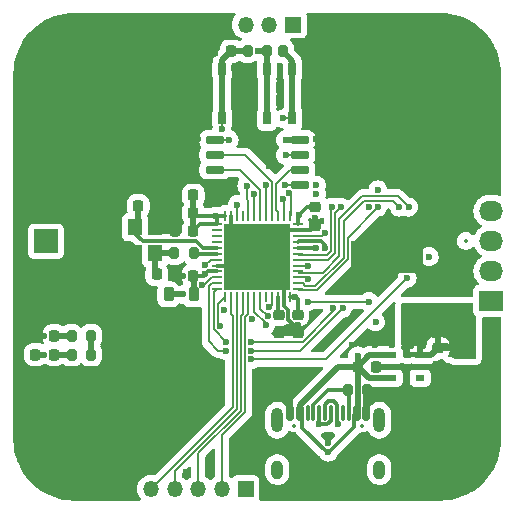
<source format=gtl>
%TF.GenerationSoftware,KiCad,Pcbnew,8.0.4*%
%TF.CreationDate,2024-08-27T17:51:02+02:00*%
%TF.ProjectId,stepper_driver_PCB,73746570-7065-4725-9f64-72697665725f,rev?*%
%TF.SameCoordinates,Original*%
%TF.FileFunction,Copper,L1,Top*%
%TF.FilePolarity,Positive*%
%FSLAX46Y46*%
G04 Gerber Fmt 4.6, Leading zero omitted, Abs format (unit mm)*
G04 Created by KiCad (PCBNEW 8.0.4) date 2024-08-27 17:51:02*
%MOMM*%
%LPD*%
G01*
G04 APERTURE LIST*
G04 Aperture macros list*
%AMRoundRect*
0 Rectangle with rounded corners*
0 $1 Rounding radius*
0 $2 $3 $4 $5 $6 $7 $8 $9 X,Y pos of 4 corners*
0 Add a 4 corners polygon primitive as box body*
4,1,4,$2,$3,$4,$5,$6,$7,$8,$9,$2,$3,0*
0 Add four circle primitives for the rounded corners*
1,1,$1+$1,$2,$3*
1,1,$1+$1,$4,$5*
1,1,$1+$1,$6,$7*
1,1,$1+$1,$8,$9*
0 Add four rect primitives between the rounded corners*
20,1,$1+$1,$2,$3,$4,$5,0*
20,1,$1+$1,$4,$5,$6,$7,0*
20,1,$1+$1,$6,$7,$8,$9,0*
20,1,$1+$1,$8,$9,$2,$3,0*%
G04 Aperture macros list end*
%TA.AperFunction,ComponentPad*%
%ADD10R,1.350000X1.350000*%
%TD*%
%TA.AperFunction,ComponentPad*%
%ADD11O,1.350000X1.350000*%
%TD*%
%TA.AperFunction,SMDPad,CuDef*%
%ADD12RoundRect,0.200000X0.200000X0.275000X-0.200000X0.275000X-0.200000X-0.275000X0.200000X-0.275000X0*%
%TD*%
%TA.AperFunction,SMDPad,CuDef*%
%ADD13RoundRect,0.218750X-0.218750X-0.256250X0.218750X-0.256250X0.218750X0.256250X-0.218750X0.256250X0*%
%TD*%
%TA.AperFunction,SMDPad,CuDef*%
%ADD14RoundRect,0.225000X-0.250000X0.225000X-0.250000X-0.225000X0.250000X-0.225000X0.250000X0.225000X0*%
%TD*%
%TA.AperFunction,SMDPad,CuDef*%
%ADD15RoundRect,0.225000X-0.225000X-0.250000X0.225000X-0.250000X0.225000X0.250000X-0.225000X0.250000X0*%
%TD*%
%TA.AperFunction,ComponentPad*%
%ADD16C,0.800000*%
%TD*%
%TA.AperFunction,ComponentPad*%
%ADD17C,6.400000*%
%TD*%
%TA.AperFunction,ComponentPad*%
%ADD18R,2.000000X2.000000*%
%TD*%
%TA.AperFunction,ComponentPad*%
%ADD19C,2.000000*%
%TD*%
%TA.AperFunction,SMDPad,CuDef*%
%ADD20RoundRect,0.150000X-0.150000X-0.500000X0.150000X-0.500000X0.150000X0.500000X-0.150000X0.500000X0*%
%TD*%
%TA.AperFunction,SMDPad,CuDef*%
%ADD21RoundRect,0.075000X-0.075000X-0.575000X0.075000X-0.575000X0.075000X0.575000X-0.075000X0.575000X0*%
%TD*%
%TA.AperFunction,ComponentPad*%
%ADD22O,1.000000X2.100000*%
%TD*%
%TA.AperFunction,ComponentPad*%
%ADD23O,1.000000X1.600000*%
%TD*%
%TA.AperFunction,SMDPad,CuDef*%
%ADD24RoundRect,0.225000X0.225000X0.250000X-0.225000X0.250000X-0.225000X-0.250000X0.225000X-0.250000X0*%
%TD*%
%TA.AperFunction,ComponentPad*%
%ADD25R,2.030000X1.730000*%
%TD*%
%TA.AperFunction,ComponentPad*%
%ADD26O,2.030000X1.730000*%
%TD*%
%TA.AperFunction,SMDPad,CuDef*%
%ADD27R,1.200000X1.400000*%
%TD*%
%TA.AperFunction,SMDPad,CuDef*%
%ADD28R,0.650000X1.050000*%
%TD*%
%TA.AperFunction,SMDPad,CuDef*%
%ADD29RoundRect,0.150000X-0.650000X-0.150000X0.650000X-0.150000X0.650000X0.150000X-0.650000X0.150000X0*%
%TD*%
%TA.AperFunction,SMDPad,CuDef*%
%ADD30RoundRect,0.218750X-0.218750X-0.381250X0.218750X-0.381250X0.218750X0.381250X-0.218750X0.381250X0*%
%TD*%
%TA.AperFunction,SMDPad,CuDef*%
%ADD31RoundRect,0.200000X-0.200000X-0.275000X0.200000X-0.275000X0.200000X0.275000X-0.200000X0.275000X0*%
%TD*%
%TA.AperFunction,SMDPad,CuDef*%
%ADD32RoundRect,0.062500X-0.375000X-0.062500X0.375000X-0.062500X0.375000X0.062500X-0.375000X0.062500X0*%
%TD*%
%TA.AperFunction,SMDPad,CuDef*%
%ADD33RoundRect,0.062500X-0.062500X-0.375000X0.062500X-0.375000X0.062500X0.375000X-0.062500X0.375000X0*%
%TD*%
%TA.AperFunction,HeatsinkPad*%
%ADD34R,5.600000X5.600000*%
%TD*%
%TA.AperFunction,SMDPad,CuDef*%
%ADD35R,0.800000X0.550000*%
%TD*%
%TA.AperFunction,HeatsinkPad*%
%ADD36C,0.600000*%
%TD*%
%TA.AperFunction,HeatsinkPad*%
%ADD37R,6.200000X2.750000*%
%TD*%
%TA.AperFunction,ViaPad*%
%ADD38C,0.600000*%
%TD*%
%TA.AperFunction,Conductor*%
%ADD39C,0.500000*%
%TD*%
%TA.AperFunction,Conductor*%
%ADD40C,0.300000*%
%TD*%
%TA.AperFunction,Conductor*%
%ADD41C,0.200000*%
%TD*%
%ADD42C,0.300000*%
%ADD43C,0.350000*%
%ADD44O,0.600000X1.700000*%
%ADD45O,0.600000X1.200000*%
G04 APERTURE END LIST*
D10*
%TO.P,J2,1,Pin_1*%
%TO.N,+3V3*%
X114500000Y-115150000D03*
D11*
%TO.P,J2,2,Pin_2*%
%TO.N,/CTRL_SPI_MOSI*%
X112499999Y-115150000D03*
%TO.P,J2,3,Pin_3*%
%TO.N,/CTRL_SPI_MISO*%
X110500000Y-115150000D03*
%TO.P,J2,4,Pin_4*%
%TO.N,/CTRL_SPI_CLK*%
X108500000Y-115150000D03*
%TO.P,J2,5,Pin_5*%
%TO.N,/CTRL_SPI_NCS*%
X106500000Y-115150000D03*
%TO.P,J2,6,Pin_6*%
%TO.N,GND*%
X104500000Y-115150000D03*
%TD*%
D10*
%TO.P,J4,1,Pin_1*%
%TO.N,+3V3*%
X118500000Y-75850000D03*
D11*
%TO.P,J4,2,Pin_2*%
%TO.N,/JTAG_SWDIO*%
X116499999Y-75850000D03*
%TO.P,J4,3,Pin_3*%
%TO.N,/JTAG_SWCLK*%
X114500000Y-75850000D03*
%TO.P,J4,4,Pin_4*%
%TO.N,GND*%
X112500000Y-75850000D03*
%TD*%
D12*
%TO.P,R6,1*%
%TO.N,GND*%
X124825000Y-106800000D03*
%TO.P,R6,2*%
%TO.N,Net-(J5-CC1)*%
X123175000Y-106800000D03*
%TD*%
%TO.P,R4,1*%
%TO.N,/HSE_OUT*%
X110125000Y-95200000D03*
%TO.P,R4,2*%
%TO.N,Net-(C14-Pad1)*%
X108475000Y-95200000D03*
%TD*%
D13*
%TO.P,D2,1,K*%
%TO.N,/STATUS*%
X96712499Y-103800000D03*
%TO.P,D2,2,A*%
%TO.N,Net-(D2-A)*%
X98287501Y-103800000D03*
%TD*%
D14*
%TO.P,C5,1*%
%TO.N,Net-(U4-VCAP_1)*%
X117300000Y-100425000D03*
%TO.P,C5,2*%
%TO.N,GND*%
X117300000Y-101975000D03*
%TD*%
%TO.P,C8,1*%
%TO.N,+3V3*%
X120400000Y-91325000D03*
%TO.P,C8,2*%
%TO.N,GND*%
X120400000Y-92875000D03*
%TD*%
%TO.P,C7,1*%
%TO.N,+3V3*%
X118900000Y-100425000D03*
%TO.P,C7,2*%
%TO.N,GND*%
X118900000Y-101975000D03*
%TD*%
D15*
%TO.P,C13,1*%
%TO.N,/HSE_IN*%
X105425000Y-91200000D03*
%TO.P,C13,2*%
%TO.N,GND*%
X106975000Y-91200000D03*
%TD*%
D16*
%TO.P,H2,1,1*%
%TO.N,GND*%
X128600000Y-80000000D03*
X129302944Y-78302944D03*
X129302944Y-81697056D03*
X131000000Y-77600000D03*
D17*
X131000000Y-80000000D03*
D16*
X131000000Y-82400000D03*
X132697056Y-78302944D03*
X132697056Y-81697056D03*
X133400000Y-80000000D03*
%TD*%
D18*
%TO.P,J1,1,Pin_1*%
%TO.N,+24V*%
X97600000Y-94200000D03*
D19*
%TO.P,J1,2,Pin_2*%
%TO.N,GND*%
X97600000Y-96740000D03*
%TD*%
D20*
%TO.P,J5,A1,GND*%
%TO.N,GND*%
X118300000Y-108705000D03*
%TO.P,J5,A4,VBUS*%
%TO.N,+5V*%
X119100000Y-108705000D03*
D21*
%TO.P,J5,A5,CC1*%
%TO.N,Net-(J5-CC1)*%
X120250000Y-108705001D03*
%TO.P,J5,A6,D+*%
%TO.N,Net-(J5-D+-PadA6)*%
X121250000Y-108705000D03*
%TO.P,J5,A7,D-*%
%TO.N,Net-(J5-D--PadA7)*%
X121750000Y-108705000D03*
%TO.P,J5,A8,SBU1*%
%TO.N,unconnected-(J5-SBU1-PadA8)*%
X122750000Y-108705001D03*
D20*
%TO.P,J5,A9,VBUS*%
%TO.N,+5V*%
X123900000Y-108705000D03*
%TO.P,J5,A12,GND*%
%TO.N,GND*%
X124700000Y-108705000D03*
%TO.P,J5,B1,GND*%
X124700000Y-108705000D03*
%TO.P,J5,B4,VBUS*%
%TO.N,+5V*%
X123900000Y-108705000D03*
D21*
%TO.P,J5,B5,CC2*%
%TO.N,Net-(J5-CC1)*%
X123250000Y-108705000D03*
%TO.P,J5,B6,D+*%
%TO.N,Net-(J5-D+-PadA6)*%
X122250000Y-108705000D03*
%TO.P,J5,B7,D-*%
%TO.N,Net-(J5-D--PadA7)*%
X120750000Y-108705000D03*
%TO.P,J5,B8,SBU2*%
%TO.N,unconnected-(J5-SBU2-PadB8)*%
X119750000Y-108705000D03*
D20*
%TO.P,J5,B9,VBUS*%
%TO.N,+5V*%
X119100000Y-108705000D03*
%TO.P,J5,B12,GND*%
%TO.N,GND*%
X118300000Y-108705000D03*
D22*
%TO.P,J5,S1,SHIELD*%
%TO.N,unconnected-(J5-SHIELD-PadS1)*%
X117180000Y-109345000D03*
D23*
%TO.N,unconnected-(J5-SHIELD-PadS1)_2*%
X117180000Y-113525000D03*
D22*
%TO.N,unconnected-(J5-SHIELD-PadS1)_3*%
X125820000Y-109345000D03*
D23*
%TO.N,unconnected-(J5-SHIELD-PadS1)_1*%
X125820000Y-113525000D03*
%TD*%
D16*
%TO.P,H1,1,1*%
%TO.N,GND*%
X97600000Y-80000000D03*
X98302944Y-78302944D03*
X98302944Y-81697056D03*
X100000000Y-77600000D03*
D17*
X100000000Y-80000000D03*
D16*
X100000000Y-82400000D03*
X101697056Y-78302944D03*
X101697056Y-81697056D03*
X102400000Y-80000000D03*
%TD*%
D24*
%TO.P,C11,1*%
%TO.N,+3.3VA*%
X110075000Y-97100000D03*
%TO.P,C11,2*%
%TO.N,GND*%
X108525000Y-97100000D03*
%TD*%
%TO.P,C10,1*%
%TO.N,+3V3*%
X110075000Y-90300000D03*
%TO.P,C10,2*%
%TO.N,GND*%
X108525000Y-90300000D03*
%TD*%
D25*
%TO.P,J3,1,Pin_1*%
%TO.N,/STEPPER_B2*%
X135300000Y-99250000D03*
D26*
%TO.P,J3,2,Pin_2*%
%TO.N,/STEPPER_B1*%
X135300000Y-96710000D03*
%TO.P,J3,3,Pin_3*%
%TO.N,/STEPPER_A1*%
X135300000Y-94170001D03*
%TO.P,J3,4,Pin_4*%
%TO.N,/STEPPER_A2*%
X135300000Y-91630000D03*
%TD*%
D24*
%TO.P,C14,1*%
%TO.N,Net-(C14-Pad1)*%
X106975000Y-97000000D03*
%TO.P,C14,2*%
%TO.N,GND*%
X105425000Y-97000000D03*
%TD*%
%TO.P,C6,1*%
%TO.N,+3V3*%
X110075000Y-91800000D03*
%TO.P,C6,2*%
%TO.N,GND*%
X108525000Y-91800000D03*
%TD*%
D27*
%TO.P,Y1,1,1*%
%TO.N,/HSE_IN*%
X105150000Y-93000000D03*
%TO.P,Y1,2,2*%
%TO.N,GND*%
X105150000Y-95200000D03*
%TO.P,Y1,3,3*%
%TO.N,Net-(C14-Pad1)*%
X106850000Y-95200000D03*
%TO.P,Y1,4,4*%
%TO.N,GND*%
X106850000Y-93000000D03*
%TD*%
D12*
%TO.P,R3,1*%
%TO.N,+3V3*%
X116325000Y-78100000D03*
%TO.P,R3,2*%
%TO.N,/NRST*%
X114675000Y-78100000D03*
%TD*%
D15*
%TO.P,C1,1*%
%TO.N,+5V*%
X124000000Y-104800000D03*
%TO.P,C1,2*%
%TO.N,GND*%
X125550000Y-104800000D03*
%TD*%
D28*
%TO.P,SW1,1,1*%
%TO.N,/BOOT0*%
X118475000Y-79650000D03*
X118475000Y-83800000D03*
%TO.P,SW1,2,2*%
%TO.N,+3V3*%
X116325000Y-79650000D03*
X116325000Y-83800000D03*
%TD*%
D12*
%TO.P,R7,1*%
%TO.N,+3V3*%
X101425000Y-102200000D03*
%TO.P,R7,2*%
%TO.N,Net-(D1-A)*%
X99775000Y-102200000D03*
%TD*%
D29*
%TO.P,U7,1,~{CS}*%
%TO.N,/FLASH_SPI_NCS*%
X111900000Y-85595000D03*
%TO.P,U7,2,DO(IO1)*%
%TO.N,/FLASH_SPI_MISO*%
X111900000Y-86865000D03*
%TO.P,U7,3,IO2*%
%TO.N,/W25Q128_NWP*%
X111900000Y-88135000D03*
%TO.P,U7,4,GND*%
%TO.N,GND*%
X111900000Y-89405000D03*
%TO.P,U7,5,DI(IO0)*%
%TO.N,/FLASH_SPI_MOSI*%
X119100000Y-89405000D03*
%TO.P,U7,6,CLK*%
%TO.N,/FLASH_SPI_CLK*%
X119100000Y-88135000D03*
%TO.P,U7,7,IO3*%
%TO.N,/W25Q128_NRST*%
X119100000Y-86865000D03*
%TO.P,U7,8,VCC*%
%TO.N,+3V3*%
X119100000Y-85595000D03*
%TD*%
D12*
%TO.P,R8,1*%
%TO.N,+3V3*%
X101425000Y-103800000D03*
%TO.P,R8,2*%
%TO.N,Net-(D2-A)*%
X99775000Y-103800000D03*
%TD*%
D30*
%TO.P,L1,1*%
%TO.N,+3V3*%
X107981250Y-98700000D03*
%TO.P,L1,2*%
%TO.N,+3.3VA*%
X110106250Y-98700000D03*
%TD*%
D16*
%TO.P,H4,1,1*%
%TO.N,GND*%
X128600000Y-111000000D03*
X129302944Y-109302944D03*
X129302944Y-112697056D03*
X131000000Y-108600000D03*
D17*
X131000000Y-111000000D03*
D16*
X131000000Y-113400000D03*
X132697056Y-109302944D03*
X132697056Y-112697056D03*
X133400000Y-111000000D03*
%TD*%
D31*
%TO.P,R5,1*%
%TO.N,/BOOT0*%
X117675000Y-78100000D03*
%TO.P,R5,2*%
%TO.N,GND*%
X119325000Y-78100000D03*
%TD*%
D13*
%TO.P,D1,1,K*%
%TO.N,GND*%
X96712499Y-102200000D03*
%TO.P,D1,2,A*%
%TO.N,Net-(D1-A)*%
X98287501Y-102200000D03*
%TD*%
D16*
%TO.P,H3,1,1*%
%TO.N,GND*%
X97600000Y-111000000D03*
X98302944Y-109302944D03*
X98302944Y-112697056D03*
X100000000Y-108600000D03*
D17*
X100000000Y-111000000D03*
D16*
X100000000Y-113400000D03*
X101697056Y-109302944D03*
X101697056Y-112697056D03*
X102400000Y-111000000D03*
%TD*%
D24*
%TO.P,C9,1*%
%TO.N,+3V3*%
X110075000Y-93300000D03*
%TO.P,C9,2*%
%TO.N,GND*%
X108525000Y-93300000D03*
%TD*%
D32*
%TO.P,U4,1,VBAT*%
%TO.N,+3V3*%
X112062500Y-92750000D03*
%TO.P,U4,2,PC13*%
%TO.N,unconnected-(U4-PC13-Pad2)*%
X112062500Y-93250000D03*
%TO.P,U4,3,PC14*%
%TO.N,unconnected-(U4-PC14-Pad3)*%
X112062500Y-93750000D03*
%TO.P,U4,4,PC15*%
%TO.N,unconnected-(U4-PC15-Pad4)*%
X112062500Y-94250000D03*
%TO.P,U4,5,PH0*%
%TO.N,/HSE_IN*%
X112062500Y-94750000D03*
%TO.P,U4,6,PH1*%
%TO.N,/HSE_OUT*%
X112062500Y-95250000D03*
%TO.P,U4,7,NRST*%
%TO.N,/NRST*%
X112062500Y-95750000D03*
%TO.P,U4,8,VSSA*%
%TO.N,GND*%
X112062500Y-96250000D03*
%TO.P,U4,9,VDDA*%
%TO.N,+3.3VA*%
X112062500Y-96750000D03*
%TO.P,U4,10,PA0*%
%TO.N,/AS5600_OUT*%
X112062500Y-97250000D03*
%TO.P,U4,11,PA1*%
%TO.N,/TMC_MS1*%
X112062500Y-97750000D03*
%TO.P,U4,12,PA2*%
%TO.N,/TMC_MS2*%
X112062500Y-98250000D03*
D33*
%TO.P,U4,13,PA3*%
%TO.N,/TMC_NEN*%
X112750000Y-98937500D03*
%TO.P,U4,14,PA4*%
%TO.N,/CTRL_SPI_NCS*%
X113250000Y-98937500D03*
%TO.P,U4,15,PA5*%
%TO.N,/CTRL_SPI_CLK*%
X113750000Y-98937500D03*
%TO.P,U4,16,PA6*%
%TO.N,/CTRL_SPI_MISO*%
X114250000Y-98937500D03*
%TO.P,U4,17,PA7*%
%TO.N,/CTRL_SPI_MOSI*%
X114750000Y-98937500D03*
%TO.P,U4,18,PB0*%
%TO.N,/TMC_DIAG*%
X115250000Y-98937500D03*
%TO.P,U4,19,PB1*%
%TO.N,/TMC_INDEX*%
X115750000Y-98937500D03*
%TO.P,U4,20,PB2*%
%TO.N,unconnected-(U4-PB2-Pad20)*%
X116250000Y-98937500D03*
%TO.P,U4,21,PB10*%
%TO.N,/I2C_SDA*%
X116750000Y-98937500D03*
%TO.P,U4,22,VCAP_1*%
%TO.N,Net-(U4-VCAP_1)*%
X117250000Y-98937500D03*
%TO.P,U4,23,VSS*%
%TO.N,GND*%
X117750000Y-98937500D03*
%TO.P,U4,24,VDD*%
%TO.N,+3V3*%
X118250000Y-98937500D03*
D32*
%TO.P,U4,25,PB12*%
%TO.N,/TMC_STEP*%
X118937500Y-98250000D03*
%TO.P,U4,26,PB13*%
%TO.N,/TMC_DIR*%
X118937500Y-97750000D03*
%TO.P,U4,27,PB14*%
%TO.N,/TMC_SPREAD*%
X118937500Y-97250000D03*
%TO.P,U4,28,PB15*%
%TO.N,/TMC_STDBY*%
X118937500Y-96750000D03*
%TO.P,U4,29,PA8*%
%TO.N,/STATUS*%
X118937500Y-96250000D03*
%TO.P,U4,30,PA9*%
%TO.N,/TMC_UART_TX*%
X118937500Y-95750000D03*
%TO.P,U4,31,PA10*%
%TO.N,/TMC_UART_RX*%
X118937500Y-95250000D03*
%TO.P,U4,32,PA11*%
%TO.N,/USB_DN*%
X118937500Y-94750000D03*
%TO.P,U4,33,PA12*%
%TO.N,/USB_DP*%
X118937500Y-94250000D03*
%TO.P,U4,34,PA13*%
%TO.N,/JTAG_SWDIO*%
X118937500Y-93750000D03*
%TO.P,U4,35,VSS*%
%TO.N,GND*%
X118937500Y-93250000D03*
%TO.P,U4,36,VDD*%
%TO.N,+3V3*%
X118937500Y-92750000D03*
D33*
%TO.P,U4,37,PA14*%
%TO.N,/JTAG_SWCLK*%
X118250000Y-92062500D03*
%TO.P,U4,38,PA15*%
%TO.N,/FLASH_SPI_NCS*%
X117750000Y-92062500D03*
%TO.P,U4,39,PB3*%
%TO.N,/FLASH_SPI_CLK*%
X117250000Y-92062500D03*
%TO.P,U4,40,PB4*%
%TO.N,/FLASH_SPI_MISO*%
X116750000Y-92062500D03*
%TO.P,U4,41,PB5*%
%TO.N,/FLASH_SPI_MOSI*%
X116250000Y-92062500D03*
%TO.P,U4,42,PB6*%
%TO.N,/W25Q128_NWP*%
X115750000Y-92062500D03*
%TO.P,U4,43,PB7*%
%TO.N,/W25Q128_NRST*%
X115250000Y-92062500D03*
%TO.P,U4,44,BOOT0*%
%TO.N,/BOOT0*%
X114750000Y-92062500D03*
%TO.P,U4,45,PB8*%
%TO.N,unconnected-(U4-PB8-Pad45)*%
X114250000Y-92062500D03*
%TO.P,U4,46,PB9*%
%TO.N,/I2C_SCL*%
X113750000Y-92062500D03*
%TO.P,U4,47,VSS*%
%TO.N,GND*%
X113250000Y-92062500D03*
%TO.P,U4,48,VDD*%
%TO.N,+3V3*%
X112750000Y-92062500D03*
D34*
%TO.P,U4,49,VSS*%
%TO.N,GND*%
X115500000Y-95500000D03*
%TD*%
D14*
%TO.P,C2,1*%
%TO.N,+3V3*%
X130800000Y-103225000D03*
%TO.P,C2,2*%
%TO.N,GND*%
X130800000Y-104775000D03*
%TD*%
D35*
%TO.P,U1,1,VIN*%
%TO.N,+5V*%
X126899999Y-103850000D03*
%TO.P,U1,2,GND*%
%TO.N,GND*%
X126900000Y-104800000D03*
%TO.P,U1,3,EN*%
%TO.N,+5V*%
X126899999Y-105750000D03*
%TO.P,U1,4*%
%TO.N,N/C*%
X129300001Y-105750000D03*
%TO.P,U1,5,VOUT*%
%TO.N,+3V3*%
X129300001Y-103850000D03*
%TD*%
D28*
%TO.P,SW2,1,1*%
%TO.N,/NRST*%
X112525000Y-83800000D03*
X112525000Y-79650000D03*
%TO.P,SW2,2,2*%
%TO.N,GND*%
X114675000Y-83800000D03*
X114675000Y-79650000D03*
%TD*%
D15*
%TO.P,C12,1*%
%TO.N,GND*%
X111725000Y-78100000D03*
%TO.P,C12,2*%
%TO.N,/NRST*%
X113275000Y-78100000D03*
%TD*%
D36*
%TO.P,U5,29,GND*%
%TO.N,GND*%
X123700000Y-96575000D03*
X125566667Y-96575000D03*
X127433333Y-96575000D03*
X129300000Y-96575000D03*
D37*
X126500000Y-95500000D03*
D36*
X123700000Y-94425000D03*
X125566667Y-94425000D03*
X127433333Y-94425000D03*
X129300000Y-94425000D03*
%TD*%
D38*
%TO.N,GND*%
X95500000Y-105500000D03*
X127700000Y-104800000D03*
X110500000Y-80500000D03*
X113100000Y-93100000D03*
X135500000Y-105500000D03*
X120499999Y-85500000D03*
X128700000Y-104800000D03*
X125500000Y-75500000D03*
X126900000Y-103000000D03*
X100500000Y-85500000D03*
X105500000Y-80500000D03*
X113100000Y-89400000D03*
X113500000Y-80600000D03*
X130500000Y-75500000D03*
X100500000Y-75500000D03*
X118300000Y-107700000D03*
X115500000Y-110500000D03*
X95500000Y-80500000D03*
X135500000Y-80500000D03*
X126200000Y-104800000D03*
X95500000Y-110500000D03*
X95500000Y-85500000D03*
X110900000Y-78100000D03*
X113500000Y-81700000D03*
X130500000Y-115500000D03*
X97400002Y-102208949D03*
X105500000Y-110500000D03*
X117400000Y-79500000D03*
X100500000Y-90500000D03*
X112700000Y-100013786D03*
X113500000Y-82800000D03*
X123500000Y-103000000D03*
X125500000Y-85500000D03*
X120500000Y-75500000D03*
X105425000Y-96200000D03*
X120500000Y-115500000D03*
X113500000Y-79500000D03*
X116500000Y-87800000D03*
X121500000Y-111300000D03*
X114675000Y-81700000D03*
X108525000Y-92600000D03*
X123000000Y-101000000D03*
X95500000Y-90500000D03*
X129700000Y-104800000D03*
X124700000Y-107700000D03*
X106975000Y-92000000D03*
X120100000Y-78100000D03*
X117900000Y-96500000D03*
X130800000Y-105600000D03*
X105500000Y-85500000D03*
X125500000Y-80500000D03*
X120383246Y-92225000D03*
X130500000Y-90500000D03*
X100500000Y-115500000D03*
X114700000Y-85500000D03*
X131700000Y-104800000D03*
X110500000Y-75500000D03*
X113100000Y-97900000D03*
X115500000Y-105500000D03*
X108525000Y-91000000D03*
X110500000Y-100500000D03*
X114675000Y-80600000D03*
X105500000Y-100500000D03*
X110500000Y-85500000D03*
X100500000Y-105500000D03*
X116500000Y-85500000D03*
X117900000Y-94500000D03*
X100500000Y-100500000D03*
X125500000Y-115500000D03*
X110500000Y-105500000D03*
X135500000Y-85500000D03*
X130710387Y-97150001D03*
X109175000Y-97100000D03*
X130500000Y-85500000D03*
X118900000Y-101325000D03*
X122000000Y-102000000D03*
X130736262Y-93849999D03*
X114675000Y-82800000D03*
X95500000Y-100500000D03*
X117400000Y-82800000D03*
X117400000Y-81725000D03*
X105500000Y-75500000D03*
X125500000Y-103000000D03*
X109500000Y-113700000D03*
X95500000Y-95500000D03*
X105500000Y-105500000D03*
X111500000Y-112500000D03*
X120500000Y-80500000D03*
X135500000Y-110500000D03*
%TO.N,+5V*%
X121500000Y-112050003D03*
X124000000Y-103900000D03*
%TO.N,/USB_DN*%
X120449997Y-94800000D03*
%TO.N,+3.3VA*%
X111100000Y-97000000D03*
X125700000Y-89850000D03*
%TO.N,/USB_DP*%
X121200000Y-94800000D03*
%TO.N,Net-(J5-D+-PadA6)*%
X122300000Y-109700000D03*
%TO.N,Net-(J5-D--PadA7)*%
X120700000Y-109700000D03*
%TO.N,/NRST*%
X112500000Y-84700000D03*
X111100000Y-96200000D03*
%TO.N,/STATUS*%
X97400002Y-103808871D03*
X119799582Y-96300000D03*
%TO.N,/I2C_SDA*%
X116507512Y-99796921D03*
%TO.N,/I2C_SCL*%
X113800000Y-91100000D03*
%TO.N,/TMC_UART_RX*%
X121800000Y-91300000D03*
%TO.N,+24V*%
X130050002Y-95500000D03*
X125504412Y-101025000D03*
%TO.N,/AS5600_OUT*%
X110833006Y-97878563D03*
%TO.N,/TMC_UART_TX*%
X122549996Y-91303104D03*
%TO.N,+3V3*%
X116325000Y-81700000D03*
X110075000Y-92600000D03*
X101425000Y-103000000D03*
X118700000Y-98900000D03*
X131500000Y-102100000D03*
X129500000Y-102100000D03*
X115075000Y-100800000D03*
X115525000Y-78100000D03*
X124950003Y-91300000D03*
X132500000Y-101100000D03*
X129500000Y-101100000D03*
X118999999Y-92000000D03*
X128500000Y-103100000D03*
X131500000Y-100100000D03*
X132500000Y-103100000D03*
X112000000Y-92062500D03*
X133500000Y-101100000D03*
X116325000Y-80600000D03*
X128500000Y-100925000D03*
X133500000Y-100100000D03*
X133500000Y-102100000D03*
X131500000Y-101100000D03*
X129500000Y-103100000D03*
X116325000Y-82800000D03*
X130500000Y-101100000D03*
X132500000Y-100100000D03*
X117900000Y-85600000D03*
X132500000Y-102100000D03*
X131500000Y-103100000D03*
X129500000Y-100100000D03*
X110075000Y-91000000D03*
X130500000Y-102100000D03*
X109218750Y-98700000D03*
X130500000Y-100100000D03*
X133500000Y-103100000D03*
%TO.N,/BOOT0*%
X117700000Y-83800000D03*
X114611091Y-89488909D03*
%TO.N,/W25Q128_NRST*%
X117900000Y-86900000D03*
X115200000Y-90200000D03*
%TO.N,/JTAG_SWDIO*%
X121200000Y-93500000D03*
%TO.N,/JTAG_SWCLK*%
X118200000Y-90115687D03*
%TO.N,/TMC_NEN*%
X128175000Y-97325002D03*
X112350000Y-101400000D03*
X115000000Y-104200006D03*
%TO.N,/TMC_STDBY*%
X128300000Y-91300000D03*
%TO.N,/TMC_SPREAD*%
X119799582Y-97424999D03*
X119799582Y-99300000D03*
X124925000Y-99305653D03*
%TO.N,/TMC_MS1*%
X112850000Y-103450003D03*
X122741776Y-99855653D03*
X115000000Y-103450003D03*
%TO.N,/TMC_INDEX*%
X120499997Y-90200000D03*
X116375000Y-100543042D03*
%TO.N,/TMC_DIR*%
X127500000Y-91300000D03*
%TO.N,/TMC_STEP*%
X125700006Y-91300000D03*
%TO.N,/TMC_DIAG*%
X116203526Y-101273179D03*
X120500000Y-89449998D03*
%TO.N,/TMC_MS2*%
X121916806Y-99855653D03*
X112850000Y-102700000D03*
X115000000Y-102700000D03*
%TO.N,/FLASH_SPI_MOSI*%
X117806410Y-89406410D03*
X116200000Y-89400000D03*
%TO.N,/FLASH_SPI_NCS*%
X113100000Y-85600000D03*
X117650000Y-90625588D03*
%TD*%
D39*
%TO.N,GND*%
X108225000Y-93000000D02*
X108525000Y-93300000D01*
D40*
X117750000Y-98937500D02*
X117750000Y-99650000D01*
D39*
X126900000Y-104800000D02*
X130775000Y-104800000D01*
D40*
X120400000Y-92875000D02*
X120400000Y-92241754D01*
D39*
X130800000Y-104775000D02*
X130800000Y-105600000D01*
X111725000Y-78100000D02*
X110900000Y-78100000D01*
D40*
X118125000Y-100873696D02*
X118576304Y-101325000D01*
X113250000Y-92062500D02*
X113250000Y-93250000D01*
X113250000Y-93250000D02*
X115500000Y-95500000D01*
D39*
X108525000Y-97100000D02*
X109175000Y-97100000D01*
X106975000Y-91200000D02*
X106975000Y-92875000D01*
D40*
X114750000Y-96250000D02*
X112062500Y-96250000D01*
D39*
X106850000Y-93000000D02*
X108225000Y-93000000D01*
X131675000Y-104775000D02*
X131700000Y-104800000D01*
X113095000Y-89405000D02*
X113100000Y-89400000D01*
X97391053Y-102200000D02*
X97400002Y-102208949D01*
D40*
X117750000Y-93250000D02*
X115500000Y-95500000D01*
D39*
X106975000Y-91200000D02*
X107625000Y-91200000D01*
X96712499Y-102200000D02*
X97391053Y-102200000D01*
D40*
X115500000Y-95500000D02*
X114750000Y-96250000D01*
X117750000Y-99650000D02*
X118125000Y-100025000D01*
X117750000Y-98937500D02*
X117750000Y-97750000D01*
D39*
X108525000Y-93300000D02*
X108525000Y-90300000D01*
D40*
X120400000Y-92241754D02*
X120383246Y-92225000D01*
D39*
X119325000Y-78100000D02*
X120100000Y-78100000D01*
X111900000Y-89405000D02*
X113095000Y-89405000D01*
D40*
X118937500Y-93250000D02*
X120025000Y-93250000D01*
X118576304Y-101325000D02*
X118900000Y-101325000D01*
D39*
X117300000Y-101975000D02*
X118900000Y-101975000D01*
D40*
X118937500Y-93250000D02*
X117750000Y-93250000D01*
D39*
X118300000Y-108705000D02*
X118300000Y-107700000D01*
X114675000Y-83800000D02*
X114675000Y-79650000D01*
X124700000Y-106925000D02*
X124825000Y-106800000D01*
X130800000Y-104775000D02*
X131675000Y-104775000D01*
X130775000Y-104800000D02*
X130800000Y-104775000D01*
X124700000Y-107700000D02*
X124700000Y-106925000D01*
X107625000Y-91200000D02*
X108525000Y-90300000D01*
X106975000Y-92875000D02*
X106850000Y-93000000D01*
X105425000Y-97000000D02*
X105425000Y-95475000D01*
X124700000Y-108705000D02*
X124700000Y-107700000D01*
X105425000Y-95475000D02*
X105150000Y-95200000D01*
D40*
X120025000Y-93250000D02*
X120400000Y-92875000D01*
X118900000Y-101975000D02*
X118900000Y-101325000D01*
X117750000Y-97750000D02*
X115500000Y-95500000D01*
X118125000Y-100025000D02*
X118125000Y-100873696D01*
D39*
X125550000Y-104800000D02*
X126900000Y-104800000D01*
D40*
%TO.N,+5V*%
X119100000Y-108705000D02*
X119300000Y-108905000D01*
X123715000Y-109933529D02*
X121598526Y-112050003D01*
D39*
X124000000Y-108605000D02*
X124000000Y-104800000D01*
D40*
X119300000Y-108905000D02*
X119300000Y-109982526D01*
D39*
X119100000Y-108705000D02*
X119100000Y-108031170D01*
D40*
X121367477Y-112050003D02*
X121500000Y-112050003D01*
D39*
X124950000Y-105750000D02*
X124000000Y-104800000D01*
X126899999Y-103850000D02*
X124950000Y-103850000D01*
X123900000Y-108705000D02*
X124000000Y-108605000D01*
D40*
X123900000Y-108705000D02*
X123715000Y-108890000D01*
D39*
X119100000Y-108031170D02*
X122331170Y-104800000D01*
X122331170Y-104800000D02*
X124000000Y-104800000D01*
X124000000Y-103900000D02*
X124000000Y-104800000D01*
D40*
X121598526Y-112050003D02*
X121500000Y-112050003D01*
D39*
X124950000Y-103850000D02*
X124000000Y-104800000D01*
D40*
X119300000Y-109982526D02*
X121367477Y-112050003D01*
X123715000Y-108890000D02*
X123715000Y-109933529D01*
D39*
X126899999Y-105750000D02*
X124950000Y-105750000D01*
D40*
%TO.N,Net-(U4-VCAP_1)*%
X117250000Y-100375000D02*
X117300000Y-100425000D01*
X117250000Y-98937500D02*
X117250000Y-100375000D01*
D39*
%TO.N,/HSE_IN*%
X105425000Y-91200000D02*
X105425000Y-92725000D01*
D40*
X105800000Y-94200000D02*
X105150000Y-93550000D01*
X105150000Y-93550000D02*
X105150000Y-93000000D01*
X112062500Y-94750000D02*
X110862648Y-94750000D01*
D39*
X105425000Y-92725000D02*
X105150000Y-93000000D01*
D40*
X110862648Y-94750000D02*
X110312648Y-94200000D01*
X110312648Y-94200000D02*
X105800000Y-94200000D01*
D39*
%TO.N,Net-(C14-Pad1)*%
X106850000Y-96875000D02*
X106975000Y-97000000D01*
X108475000Y-95200000D02*
X106850000Y-95200000D01*
X106850000Y-95200000D02*
X106850000Y-96875000D01*
D40*
%TO.N,/USB_DN*%
X120399997Y-94750000D02*
X118937500Y-94750000D01*
X120449997Y-94800000D02*
X120399997Y-94750000D01*
%TO.N,+3.3VA*%
X111000000Y-97100000D02*
X111100000Y-97000000D01*
X110075000Y-97100000D02*
X111000000Y-97100000D01*
X111350000Y-96750000D02*
X111100000Y-97000000D01*
D39*
X110106250Y-98700000D02*
X110106250Y-97131250D01*
X110106250Y-97131250D02*
X110075000Y-97100000D01*
D40*
X112062500Y-96750000D02*
X111350000Y-96750000D01*
%TO.N,/USB_DP*%
X118987500Y-94200000D02*
X118937500Y-94250000D01*
X120900000Y-94200000D02*
X118987500Y-94200000D01*
X121200000Y-94500000D02*
X120900000Y-94200000D01*
X121200000Y-94800000D02*
X121200000Y-94500000D01*
%TO.N,Net-(J5-D+-PadA6)*%
X122250000Y-108705000D02*
X122250000Y-109650000D01*
X122250000Y-109650000D02*
X122300000Y-109700000D01*
X122250000Y-108022590D02*
X122250000Y-108705000D01*
X121250000Y-108705000D02*
X121250000Y-108022590D01*
X121250000Y-108022590D02*
X121517590Y-107755000D01*
X121517590Y-107755000D02*
X121982410Y-107755000D01*
X121982410Y-107755000D02*
X122250000Y-108022590D01*
%TO.N,Net-(J5-D--PadA7)*%
X121750000Y-108705000D02*
X121750000Y-109387410D01*
X121750000Y-109387410D02*
X121437410Y-109700000D01*
X120750000Y-109650000D02*
X120700000Y-109700000D01*
X120750000Y-108705000D02*
X120750000Y-109650000D01*
X121437410Y-109700000D02*
X120700000Y-109700000D01*
%TO.N,Net-(J5-CC1)*%
X123250000Y-106875000D02*
X123175000Y-106800000D01*
X120250000Y-108705001D02*
X120250000Y-108022590D01*
X123250000Y-108705000D02*
X123250000Y-106875000D01*
X120250000Y-108022590D02*
X121472590Y-106800000D01*
X121472590Y-106800000D02*
X123175000Y-106800000D01*
D41*
%TO.N,/NRST*%
X112525000Y-84675000D02*
X112500000Y-84700000D01*
X112525000Y-83800000D02*
X112525000Y-84675000D01*
D39*
X112525000Y-79650000D02*
X112525000Y-78850000D01*
X113275000Y-78100000D02*
X114675000Y-78100000D01*
X112525000Y-78850000D02*
X113275000Y-78100000D01*
X112525000Y-79650000D02*
X112525000Y-83800000D01*
D41*
X111550000Y-95750000D02*
X112062500Y-95750000D01*
X111100000Y-96200000D02*
X111550000Y-95750000D01*
D39*
%TO.N,Net-(D1-A)*%
X98287501Y-102200000D02*
X99775000Y-102200000D01*
%TO.N,Net-(D2-A)*%
X99775000Y-103800000D02*
X98287501Y-103800000D01*
D41*
%TO.N,/FLASH_SPI_CLK*%
X117250000Y-92062500D02*
X117250000Y-91681326D01*
X118300001Y-88135000D02*
X119100000Y-88135000D01*
X117100000Y-89335001D02*
X118300001Y-88135000D01*
X117250000Y-91681326D02*
X117100000Y-91531326D01*
X117100000Y-91531326D02*
X117100000Y-89335001D01*
D39*
%TO.N,/STATUS*%
X96712499Y-103800000D02*
X97391131Y-103800000D01*
X97391131Y-103800000D02*
X97400002Y-103808871D01*
D41*
X119749582Y-96250000D02*
X118937500Y-96250000D01*
X119799582Y-96300000D02*
X119749582Y-96250000D01*
D40*
%TO.N,/HSE_OUT*%
X110175000Y-95250000D02*
X110125000Y-95200000D01*
X112062500Y-95250000D02*
X110175000Y-95250000D01*
D41*
%TO.N,/I2C_SDA*%
X116750000Y-99554433D02*
X116750000Y-98937500D01*
X116507512Y-99796921D02*
X116750000Y-99554433D01*
%TO.N,/I2C_SCL*%
X113750000Y-91150000D02*
X113800000Y-91100000D01*
X113750000Y-92062500D02*
X113750000Y-91150000D01*
%TO.N,/CTRL_SPI_MISO*%
X114250000Y-100352207D02*
X114100000Y-100502207D01*
X114100000Y-108539950D02*
X110500000Y-112139950D01*
X114250000Y-98937500D02*
X114250000Y-100352207D01*
X110500000Y-112139950D02*
X110500000Y-115150000D01*
X114100000Y-100502207D02*
X114100000Y-108539950D01*
%TO.N,/TMC_UART_RX*%
X119062499Y-95374999D02*
X121402819Y-95374999D01*
X118937500Y-95250000D02*
X119062499Y-95374999D01*
X121750000Y-91350000D02*
X121800000Y-91300000D01*
X121750000Y-95027818D02*
X121750000Y-91350000D01*
X121402819Y-95374999D02*
X121750000Y-95027818D01*
%TO.N,/AS5600_OUT*%
X110999255Y-97878563D02*
X111627818Y-97250000D01*
X111627818Y-97250000D02*
X112062500Y-97250000D01*
X110833006Y-97878563D02*
X110999255Y-97878563D01*
%TO.N,/TMC_UART_TX*%
X122100000Y-91777818D02*
X122549996Y-91327822D01*
X122100000Y-95172793D02*
X122100000Y-91777818D01*
X121522793Y-95750000D02*
X122100000Y-95172793D01*
X118937500Y-95750000D02*
X121522793Y-95750000D01*
X122549996Y-91327822D02*
X122549996Y-91303104D01*
%TO.N,/CTRL_SPI_NCS*%
X113250000Y-98937500D02*
X113250000Y-100350000D01*
X113400000Y-100500000D02*
X113400000Y-108250000D01*
X113400000Y-108250000D02*
X106500000Y-115150000D01*
X113250000Y-100350000D02*
X113400000Y-100500000D01*
D40*
%TO.N,+3V3*%
X112062500Y-92125000D02*
X112000000Y-92062500D01*
X118900000Y-100425000D02*
X118900000Y-99100000D01*
X118700000Y-98900000D02*
X118287500Y-98900000D01*
D39*
X119100000Y-85595000D02*
X117905000Y-85595000D01*
D40*
X118900000Y-99100000D02*
X118700000Y-98900000D01*
X112062500Y-92750000D02*
X112062500Y-92125000D01*
X110337500Y-92062500D02*
X110075000Y-91800000D01*
X110625000Y-92750000D02*
X110075000Y-93300000D01*
D39*
X101425000Y-102200000D02*
X101425000Y-103800000D01*
D40*
X112750000Y-92062500D02*
X110337500Y-92062500D01*
D39*
X110075000Y-93300000D02*
X110075000Y-90300000D01*
X116325000Y-78100000D02*
X116325000Y-78025000D01*
D40*
X118937500Y-92750000D02*
X118937500Y-92062499D01*
D39*
X116325000Y-79650000D02*
X116325000Y-78100000D01*
D40*
X112062500Y-92750000D02*
X110625000Y-92750000D01*
X118937500Y-92062499D02*
X118999999Y-92000000D01*
D39*
X116325000Y-83800000D02*
X116325000Y-79650000D01*
X116325000Y-78100000D02*
X115525000Y-78100000D01*
D40*
X118287500Y-98900000D02*
X118250000Y-98937500D01*
D39*
X107981250Y-98700000D02*
X109218750Y-98700000D01*
X117905000Y-85595000D02*
X117900000Y-85600000D01*
D40*
X119674999Y-91325000D02*
X118999999Y-92000000D01*
X120400000Y-91325000D02*
X119674999Y-91325000D01*
D39*
X129300001Y-103850000D02*
X130175000Y-103850000D01*
X130175000Y-103850000D02*
X130800000Y-103225000D01*
D41*
%TO.N,/BOOT0*%
X114611091Y-89488909D02*
X114611091Y-90611091D01*
D39*
X118475000Y-79650000D02*
X118475000Y-78900000D01*
D41*
X117700000Y-83800000D02*
X118475000Y-83800000D01*
D39*
X118475000Y-83800000D02*
X118475000Y-79650000D01*
X118475000Y-78900000D02*
X117675000Y-78100000D01*
D41*
X114611091Y-90611091D02*
X114750000Y-90750000D01*
X114750000Y-90750000D02*
X114750000Y-92062500D01*
%TO.N,/W25Q128_NRST*%
X115250000Y-90250000D02*
X115200000Y-90200000D01*
X119065000Y-86900000D02*
X119100000Y-86865000D01*
X115250000Y-92062500D02*
X115250000Y-90250000D01*
X117900000Y-86900000D02*
X119065000Y-86900000D01*
%TO.N,/JTAG_SWDIO*%
X121200000Y-93500000D02*
X120950000Y-93750000D01*
X120950000Y-93750000D02*
X118937500Y-93750000D01*
%TO.N,/JTAG_SWCLK*%
X118200000Y-90115687D02*
X118374999Y-90290686D01*
X118374999Y-90290686D02*
X118374999Y-91937501D01*
X118374999Y-91937501D02*
X118250000Y-92062500D01*
%TO.N,/TMC_NEN*%
X128175000Y-97325002D02*
X121299996Y-104200006D01*
X112150000Y-101200000D02*
X112150000Y-99537500D01*
X121299996Y-104200006D02*
X115000000Y-104200006D01*
X112150000Y-99537500D02*
X112750000Y-98937500D01*
X112350000Y-101400000D02*
X112150000Y-101200000D01*
%TO.N,/TMC_STDBY*%
X128300000Y-91300000D02*
X127400000Y-90400000D01*
X119062499Y-96874999D02*
X118937500Y-96750000D01*
X122450000Y-95450000D02*
X121025001Y-96874999D01*
X122450000Y-92350000D02*
X122450000Y-95450000D01*
X124400000Y-90400000D02*
X122450000Y-92350000D01*
X121025001Y-96874999D02*
X119062499Y-96874999D01*
X127400000Y-90400000D02*
X124400000Y-90400000D01*
%TO.N,/FLASH_SPI_MISO*%
X116750000Y-92062500D02*
X116750000Y-89150000D01*
X116750000Y-89150000D02*
X114465000Y-86865000D01*
X114465000Y-86865000D02*
X111900000Y-86865000D01*
%TO.N,/W25Q128_NWP*%
X114035000Y-88135000D02*
X111900000Y-88135000D01*
X115750000Y-92062500D02*
X115750000Y-89850000D01*
X115750000Y-89850000D02*
X114035000Y-88135000D01*
%TO.N,/TMC_SPREAD*%
X119805235Y-99305653D02*
X124925000Y-99305653D01*
X118937500Y-97250000D02*
X119624583Y-97250000D01*
X119799582Y-99300000D02*
X119805235Y-99305653D01*
X119624583Y-97250000D02*
X119799582Y-97424999D01*
%TO.N,/TMC_MS1*%
X119147426Y-103450003D02*
X122741776Y-99855653D01*
X112150003Y-103450003D02*
X112850000Y-103450003D01*
X115000000Y-103450003D02*
X119147426Y-103450003D01*
X111375000Y-98000001D02*
X111375000Y-102675000D01*
X112062500Y-97750000D02*
X111625001Y-97750000D01*
X111375000Y-102675000D02*
X112150003Y-103450003D01*
X111625001Y-97750000D02*
X111375000Y-98000001D01*
%TO.N,/CTRL_SPI_CLK*%
X113750000Y-108394975D02*
X108500000Y-113644975D01*
X108500000Y-113644975D02*
X108500000Y-115150000D01*
X113750000Y-98937500D02*
X113750000Y-108394975D01*
%TO.N,/CTRL_SPI_MOSI*%
X114450000Y-108684925D02*
X112500000Y-110634925D01*
X112500000Y-110634925D02*
X112500000Y-115150000D01*
X114750000Y-98937500D02*
X114750000Y-100347182D01*
X114750000Y-100347182D02*
X114450000Y-100647182D01*
X114450000Y-100647182D02*
X114450000Y-108684925D01*
%TO.N,/TMC_INDEX*%
X115750000Y-99918042D02*
X115750000Y-98937500D01*
X116375000Y-100543042D02*
X115750000Y-99918042D01*
%TO.N,/TMC_DIR*%
X118937500Y-97750000D02*
X119346765Y-97750000D01*
X119571764Y-97974999D02*
X120419975Y-97974999D01*
X126950000Y-90750000D02*
X127500000Y-91300000D01*
X122800000Y-92494974D02*
X124544974Y-90750000D01*
X120419975Y-97974999D02*
X122800000Y-95594974D01*
X124544974Y-90750000D02*
X126950000Y-90750000D01*
X119346765Y-97750000D02*
X119571764Y-97974999D01*
X122800000Y-95594974D02*
X122800000Y-92494974D01*
%TO.N,/TMC_STEP*%
X119037500Y-98350000D02*
X120539949Y-98350000D01*
X125700006Y-91327815D02*
X125700006Y-91300000D01*
X123150000Y-95739949D02*
X123150000Y-93877821D01*
X118937500Y-98250000D02*
X119037500Y-98350000D01*
X123150000Y-93877821D02*
X125700006Y-91327815D01*
X120539949Y-98350000D02*
X123150000Y-95739949D01*
%TO.N,/TMC_DIAG*%
X116203526Y-101273179D02*
X116203526Y-101149386D01*
X116203526Y-101149386D02*
X115250000Y-100195860D01*
X115250000Y-100195860D02*
X115250000Y-98937500D01*
%TO.N,/TMC_MS2*%
X112062500Y-98250000D02*
X111800000Y-98512500D01*
X115000000Y-102700000D02*
X119327986Y-102700000D01*
X111800000Y-101650000D02*
X112850000Y-102700000D01*
X111800000Y-98512500D02*
X111800000Y-101650000D01*
X119327986Y-102700000D02*
X121916806Y-100111180D01*
X121916806Y-100111180D02*
X121916806Y-99855653D01*
%TO.N,/FLASH_SPI_MOSI*%
X116250000Y-92062500D02*
X116250000Y-89450000D01*
X117806410Y-89406410D02*
X119098590Y-89406410D01*
X119098590Y-89406410D02*
X119100000Y-89405000D01*
X116250000Y-89450000D02*
X116200000Y-89400000D01*
%TO.N,/FLASH_SPI_NCS*%
X117650000Y-90625588D02*
X117750000Y-90725588D01*
X117750000Y-90725588D02*
X117750000Y-92062500D01*
X111905000Y-85600000D02*
X111900000Y-85595000D01*
X113100000Y-85600000D02*
X111905000Y-85600000D01*
%TD*%
%TA.AperFunction,Conductor*%
%TO.N,GND*%
G36*
X113599912Y-74870185D02*
G01*
X113645667Y-74922989D01*
X113655611Y-74992147D01*
X113629626Y-75049044D01*
X113631028Y-75050103D01*
X113627573Y-75054677D01*
X113627573Y-75054678D01*
X113617877Y-75067518D01*
X113496288Y-75228527D01*
X113399184Y-75423537D01*
X113339564Y-75633081D01*
X113319464Y-75849999D01*
X113319464Y-75850000D01*
X113339564Y-76066918D01*
X113339564Y-76066920D01*
X113339565Y-76066923D01*
X113399183Y-76276459D01*
X113496288Y-76471472D01*
X113627573Y-76645322D01*
X113788568Y-76792088D01*
X113788575Y-76792092D01*
X113788576Y-76792093D01*
X113973786Y-76906770D01*
X113973787Y-76906770D01*
X113973790Y-76906772D01*
X114144395Y-76972865D01*
X114199793Y-77015436D01*
X114223384Y-77081203D01*
X114207673Y-77149283D01*
X114163748Y-77194607D01*
X114054648Y-77260560D01*
X113987093Y-77278396D01*
X113925401Y-77259981D01*
X113808705Y-77188001D01*
X113808699Y-77187998D01*
X113808697Y-77187997D01*
X113782487Y-77179312D01*
X113647709Y-77134651D01*
X113548346Y-77124500D01*
X113001662Y-77124500D01*
X113001644Y-77124501D01*
X112902292Y-77134650D01*
X112902289Y-77134651D01*
X112741305Y-77187996D01*
X112741294Y-77188001D01*
X112596959Y-77277029D01*
X112596955Y-77277032D01*
X112477032Y-77396955D01*
X112477029Y-77396959D01*
X112388001Y-77541294D01*
X112387996Y-77541305D01*
X112334651Y-77702290D01*
X112324500Y-77801647D01*
X112324500Y-77937770D01*
X112304815Y-78004809D01*
X112288181Y-78025451D01*
X111942047Y-78371584D01*
X111942045Y-78371586D01*
X111918167Y-78407324D01*
X111908640Y-78421584D01*
X111889975Y-78449519D01*
X111859914Y-78494507D01*
X111803343Y-78631082D01*
X111803340Y-78631092D01*
X111774500Y-78776079D01*
X111774500Y-78817513D01*
X111759333Y-78876939D01*
X111756203Y-78882670D01*
X111705908Y-79017517D01*
X111699675Y-79075498D01*
X111699501Y-79077123D01*
X111699500Y-79077135D01*
X111699500Y-80222870D01*
X111699501Y-80222876D01*
X111705908Y-80282483D01*
X111756203Y-80417330D01*
X111759329Y-80423054D01*
X111774500Y-80482486D01*
X111774500Y-82967513D01*
X111759333Y-83026939D01*
X111756203Y-83032670D01*
X111705908Y-83167517D01*
X111700442Y-83218364D01*
X111699501Y-83227123D01*
X111699500Y-83227135D01*
X111699500Y-84372870D01*
X111699501Y-84372876D01*
X111705908Y-84432483D01*
X111710854Y-84445743D01*
X111715836Y-84515435D01*
X111715564Y-84516657D01*
X111714631Y-84520744D01*
X111696194Y-84684383D01*
X111669128Y-84748797D01*
X111611533Y-84788353D01*
X111572974Y-84794500D01*
X111184298Y-84794500D01*
X111147432Y-84797401D01*
X111147426Y-84797402D01*
X110989606Y-84843254D01*
X110989603Y-84843255D01*
X110848137Y-84926917D01*
X110848129Y-84926923D01*
X110731923Y-85043129D01*
X110731917Y-85043137D01*
X110648255Y-85184603D01*
X110648254Y-85184606D01*
X110602402Y-85342426D01*
X110602401Y-85342432D01*
X110599500Y-85379298D01*
X110599500Y-85810701D01*
X110602401Y-85847567D01*
X110602402Y-85847573D01*
X110648254Y-86005393D01*
X110648255Y-86005396D01*
X110731917Y-86146862D01*
X110736702Y-86153031D01*
X110734256Y-86154927D01*
X110760857Y-86203642D01*
X110755873Y-86273334D01*
X110735069Y-86305703D01*
X110736702Y-86306969D01*
X110731917Y-86313137D01*
X110648255Y-86454603D01*
X110648254Y-86454606D01*
X110602402Y-86612426D01*
X110602401Y-86612432D01*
X110599500Y-86649298D01*
X110599500Y-87080701D01*
X110602401Y-87117567D01*
X110602402Y-87117573D01*
X110648254Y-87275393D01*
X110648255Y-87275396D01*
X110731917Y-87416862D01*
X110736702Y-87423031D01*
X110734256Y-87424927D01*
X110760857Y-87473642D01*
X110755873Y-87543334D01*
X110735069Y-87575703D01*
X110736702Y-87576969D01*
X110731917Y-87583137D01*
X110648255Y-87724603D01*
X110648254Y-87724606D01*
X110602402Y-87882426D01*
X110602401Y-87882432D01*
X110599500Y-87919298D01*
X110599500Y-88350701D01*
X110602401Y-88387567D01*
X110602402Y-88387573D01*
X110648254Y-88545393D01*
X110648255Y-88545396D01*
X110648256Y-88545398D01*
X110671569Y-88584818D01*
X110731917Y-88686862D01*
X110731923Y-88686870D01*
X110848129Y-88803076D01*
X110848133Y-88803079D01*
X110848135Y-88803081D01*
X110989602Y-88886744D01*
X111031224Y-88898836D01*
X111147426Y-88932597D01*
X111147429Y-88932597D01*
X111147431Y-88932598D01*
X111184306Y-88935500D01*
X111184314Y-88935500D01*
X112615686Y-88935500D01*
X112615694Y-88935500D01*
X112652569Y-88932598D01*
X112652571Y-88932597D01*
X112652573Y-88932597D01*
X112694191Y-88920505D01*
X112810398Y-88886744D01*
X112951865Y-88803081D01*
X112983126Y-88771820D01*
X113044448Y-88738334D01*
X113070808Y-88735500D01*
X113734903Y-88735500D01*
X113801942Y-88755185D01*
X113822584Y-88771819D01*
X113933013Y-88882248D01*
X113966498Y-88943571D01*
X113961514Y-89013263D01*
X113950326Y-89035901D01*
X113885302Y-89139385D01*
X113825722Y-89309654D01*
X113825721Y-89309659D01*
X113805526Y-89488905D01*
X113805526Y-89488912D01*
X113825721Y-89668158D01*
X113825722Y-89668163D01*
X113885302Y-89838432D01*
X113981276Y-89991172D01*
X113983536Y-89994006D01*
X113984425Y-89996184D01*
X113984980Y-89997067D01*
X113984825Y-89997164D01*
X114009946Y-90058692D01*
X114010591Y-90071321D01*
X114010591Y-90179406D01*
X113990906Y-90246445D01*
X113938102Y-90292200D01*
X113872709Y-90302626D01*
X113800005Y-90294435D01*
X113799996Y-90294435D01*
X113620750Y-90314630D01*
X113620745Y-90314631D01*
X113450476Y-90374211D01*
X113297737Y-90470184D01*
X113170184Y-90597737D01*
X113074211Y-90750476D01*
X113014631Y-90920745D01*
X113014630Y-90920750D01*
X113003740Y-91017410D01*
X112976674Y-91081824D01*
X112919079Y-91121380D01*
X112864335Y-91126466D01*
X112849401Y-91124500D01*
X112650596Y-91124500D01*
X112540536Y-91138988D01*
X112540527Y-91138991D01*
X112403573Y-91195719D01*
X112403571Y-91195720D01*
X112313621Y-91264740D01*
X112248451Y-91289933D01*
X112197184Y-91283405D01*
X112179258Y-91277133D01*
X112179257Y-91277132D01*
X112179255Y-91277132D01*
X112179253Y-91277131D01*
X112179246Y-91277130D01*
X112000004Y-91256935D01*
X111999996Y-91256935D01*
X111820750Y-91277130D01*
X111820737Y-91277133D01*
X111650481Y-91336709D01*
X111650477Y-91336710D01*
X111560904Y-91392994D01*
X111494932Y-91412000D01*
X111108107Y-91412000D01*
X111041068Y-91392315D01*
X110995313Y-91339511D01*
X110990401Y-91327004D01*
X110984846Y-91310240D01*
X110962003Y-91241303D01*
X110892628Y-91128830D01*
X110874188Y-91061439D01*
X110874945Y-91049873D01*
X110878735Y-91016235D01*
X110896417Y-90965026D01*
X110896418Y-90965025D01*
X110962003Y-90858697D01*
X111015349Y-90697708D01*
X111025500Y-90598345D01*
X111025499Y-90001656D01*
X111015349Y-89902292D01*
X110962003Y-89741303D01*
X110961999Y-89741297D01*
X110961998Y-89741294D01*
X110872970Y-89596959D01*
X110872967Y-89596955D01*
X110753044Y-89477032D01*
X110753040Y-89477029D01*
X110608705Y-89388001D01*
X110608699Y-89387998D01*
X110608697Y-89387997D01*
X110608694Y-89387996D01*
X110447709Y-89334651D01*
X110348346Y-89324500D01*
X109801662Y-89324500D01*
X109801644Y-89324501D01*
X109702292Y-89334650D01*
X109702289Y-89334651D01*
X109541305Y-89387996D01*
X109541294Y-89388001D01*
X109396959Y-89477029D01*
X109396955Y-89477032D01*
X109277032Y-89596955D01*
X109277029Y-89596959D01*
X109188001Y-89741294D01*
X109187996Y-89741305D01*
X109134651Y-89902290D01*
X109124500Y-90001647D01*
X109124500Y-90598337D01*
X109124501Y-90598355D01*
X109134650Y-90697707D01*
X109134651Y-90697709D01*
X109151493Y-90748535D01*
X109187997Y-90858697D01*
X109253582Y-90965026D01*
X109271264Y-91016240D01*
X109275051Y-91049852D01*
X109262996Y-91118674D01*
X109257370Y-91128832D01*
X109187998Y-91241300D01*
X109187996Y-91241305D01*
X109134651Y-91402290D01*
X109124500Y-91501647D01*
X109124500Y-92098337D01*
X109124501Y-92098355D01*
X109134650Y-92197707D01*
X109134651Y-92197710D01*
X109187996Y-92358694D01*
X109188001Y-92358705D01*
X109257369Y-92471167D01*
X109275810Y-92538559D01*
X109275051Y-92550148D01*
X109271264Y-92583757D01*
X109253583Y-92634969D01*
X109188000Y-92741296D01*
X109187996Y-92741305D01*
X109134651Y-92902290D01*
X109124500Y-93001647D01*
X109124500Y-93001655D01*
X109124500Y-93250000D01*
X109124501Y-93425500D01*
X109104817Y-93492539D01*
X109052013Y-93538294D01*
X109000501Y-93549500D01*
X106374500Y-93549500D01*
X106307461Y-93529815D01*
X106261706Y-93477011D01*
X106250500Y-93425500D01*
X106250499Y-92252129D01*
X106250498Y-92252123D01*
X106250497Y-92252116D01*
X106244091Y-92192517D01*
X106244088Y-92192510D01*
X106190697Y-92049360D01*
X106191991Y-92048877D01*
X106179120Y-91989736D01*
X106203530Y-91924269D01*
X106215114Y-91910897D01*
X106222968Y-91903044D01*
X106312003Y-91758697D01*
X106365349Y-91597708D01*
X106375500Y-91498345D01*
X106375499Y-90901656D01*
X106371110Y-90858694D01*
X106365349Y-90802292D01*
X106365348Y-90802289D01*
X106359916Y-90785897D01*
X106312003Y-90641303D01*
X106311999Y-90641297D01*
X106311998Y-90641294D01*
X106222970Y-90496959D01*
X106222967Y-90496955D01*
X106103044Y-90377032D01*
X106103040Y-90377029D01*
X105958705Y-90288001D01*
X105958699Y-90287998D01*
X105958697Y-90287997D01*
X105928495Y-90277989D01*
X105797709Y-90234651D01*
X105698346Y-90224500D01*
X105151662Y-90224500D01*
X105151644Y-90224501D01*
X105052292Y-90234650D01*
X105052289Y-90234651D01*
X104891305Y-90287996D01*
X104891294Y-90288001D01*
X104746959Y-90377029D01*
X104746955Y-90377032D01*
X104627032Y-90496955D01*
X104627029Y-90496959D01*
X104538001Y-90641294D01*
X104537996Y-90641305D01*
X104484651Y-90802290D01*
X104474500Y-90901647D01*
X104474500Y-91498337D01*
X104474501Y-91498355D01*
X104484650Y-91597707D01*
X104484651Y-91597710D01*
X104503832Y-91655593D01*
X104506234Y-91725421D01*
X104470502Y-91785463D01*
X104429459Y-91810779D01*
X104307671Y-91856202D01*
X104307664Y-91856206D01*
X104192455Y-91942452D01*
X104192452Y-91942455D01*
X104106206Y-92057664D01*
X104106202Y-92057671D01*
X104055908Y-92192517D01*
X104049501Y-92252116D01*
X104049501Y-92252123D01*
X104049500Y-92252135D01*
X104049500Y-93747870D01*
X104049501Y-93747876D01*
X104055908Y-93807483D01*
X104106202Y-93942328D01*
X104106206Y-93942335D01*
X104192452Y-94057544D01*
X104192455Y-94057547D01*
X104307664Y-94143793D01*
X104307671Y-94143797D01*
X104325911Y-94150600D01*
X104442517Y-94194091D01*
X104502127Y-94200500D01*
X104829191Y-94200499D01*
X104896230Y-94220183D01*
X104916872Y-94236818D01*
X105385325Y-94705272D01*
X105385326Y-94705273D01*
X105385329Y-94705275D01*
X105385331Y-94705277D01*
X105481421Y-94769481D01*
X105481420Y-94769481D01*
X105481422Y-94769482D01*
X105491873Y-94776465D01*
X105610256Y-94825501D01*
X105649693Y-94833345D01*
X105711601Y-94865729D01*
X105746176Y-94926444D01*
X105749500Y-94954962D01*
X105749500Y-95947870D01*
X105749501Y-95947876D01*
X105755908Y-96007483D01*
X105806202Y-96142328D01*
X105806206Y-96142335D01*
X105892452Y-96257544D01*
X105892455Y-96257547D01*
X106007662Y-96343792D01*
X106012212Y-96346276D01*
X106061619Y-96395679D01*
X106076474Y-96463951D01*
X106070496Y-96494114D01*
X106034651Y-96602288D01*
X106024500Y-96701647D01*
X106024500Y-97298337D01*
X106024501Y-97298355D01*
X106034650Y-97397707D01*
X106034651Y-97397710D01*
X106087996Y-97558694D01*
X106088001Y-97558705D01*
X106177029Y-97703040D01*
X106177032Y-97703044D01*
X106296955Y-97822967D01*
X106296959Y-97822970D01*
X106441294Y-97911998D01*
X106441297Y-97911999D01*
X106441303Y-97912003D01*
X106602292Y-97965349D01*
X106701655Y-97975500D01*
X106946813Y-97975499D01*
X107013851Y-97995183D01*
X107059606Y-98047987D01*
X107069550Y-98117146D01*
X107064518Y-98138501D01*
X107053315Y-98172309D01*
X107053313Y-98172316D01*
X107043250Y-98270818D01*
X107043250Y-99129181D01*
X107053313Y-99227683D01*
X107106200Y-99387284D01*
X107106205Y-99387295D01*
X107194466Y-99530387D01*
X107194469Y-99530391D01*
X107313358Y-99649280D01*
X107313362Y-99649283D01*
X107456454Y-99737544D01*
X107456457Y-99737545D01*
X107456463Y-99737549D01*
X107616065Y-99790436D01*
X107714576Y-99800500D01*
X107714581Y-99800500D01*
X108247919Y-99800500D01*
X108247924Y-99800500D01*
X108346435Y-99790436D01*
X108506037Y-99737549D01*
X108649141Y-99649281D01*
X108768031Y-99530391D01*
X108780977Y-99509401D01*
X108832924Y-99462679D01*
X108886515Y-99450500D01*
X108918778Y-99450500D01*
X108959733Y-99457458D01*
X109039495Y-99485368D01*
X109039500Y-99485369D01*
X109218747Y-99505565D01*
X109218748Y-99505565D01*
X109218748Y-99505564D01*
X109218750Y-99505565D01*
X109227611Y-99504566D01*
X109296431Y-99516615D01*
X109329182Y-99540104D01*
X109438358Y-99649280D01*
X109438362Y-99649283D01*
X109581454Y-99737544D01*
X109581457Y-99737545D01*
X109581463Y-99737549D01*
X109741065Y-99790436D01*
X109839576Y-99800500D01*
X109839581Y-99800500D01*
X110372919Y-99800500D01*
X110372924Y-99800500D01*
X110471435Y-99790436D01*
X110611500Y-99744022D01*
X110681324Y-99741621D01*
X110741366Y-99777352D01*
X110772559Y-99839873D01*
X110774500Y-99861729D01*
X110774500Y-102588330D01*
X110774499Y-102588348D01*
X110774499Y-102754054D01*
X110774498Y-102754054D01*
X110777326Y-102764607D01*
X110815423Y-102906785D01*
X110815424Y-102906786D01*
X110829856Y-102931785D01*
X110829857Y-102931786D01*
X110894475Y-103043709D01*
X110894481Y-103043717D01*
X111013349Y-103162585D01*
X111013354Y-103162589D01*
X111781287Y-103930523D01*
X111781289Y-103930524D01*
X111781293Y-103930527D01*
X111918212Y-104009576D01*
X111918219Y-104009580D01*
X112070946Y-104050504D01*
X112070948Y-104050504D01*
X112236657Y-104050504D01*
X112236673Y-104050503D01*
X112267588Y-104050503D01*
X112334627Y-104070188D01*
X112344903Y-104077558D01*
X112347736Y-104079817D01*
X112347738Y-104079819D01*
X112461270Y-104151155D01*
X112500011Y-104175499D01*
X112500478Y-104175792D01*
X112670745Y-104235371D01*
X112689382Y-104237470D01*
X112753795Y-104264535D01*
X112793352Y-104322129D01*
X112799500Y-104360691D01*
X112799500Y-107949901D01*
X112779815Y-108016940D01*
X112763181Y-108037582D01*
X106838252Y-113962510D01*
X106776929Y-113995995D01*
X106727787Y-113996718D01*
X106672992Y-113986475D01*
X106608926Y-113974500D01*
X106391074Y-113974500D01*
X106176931Y-114014530D01*
X106133896Y-114031202D01*
X105973792Y-114093226D01*
X105973786Y-114093229D01*
X105788576Y-114207906D01*
X105788566Y-114207913D01*
X105627574Y-114354676D01*
X105496288Y-114528527D01*
X105399184Y-114723537D01*
X105339564Y-114933081D01*
X105319464Y-115149999D01*
X105319464Y-115150000D01*
X105339564Y-115366918D01*
X105339564Y-115366920D01*
X105339565Y-115366923D01*
X105399183Y-115576459D01*
X105496288Y-115771472D01*
X105617877Y-115932483D01*
X105631028Y-115949897D01*
X105629086Y-115951363D01*
X105655122Y-116004734D01*
X105646942Y-116074123D01*
X105602547Y-116128075D01*
X105536030Y-116149460D01*
X105532873Y-116149500D01*
X100002561Y-116149500D01*
X99997437Y-116149394D01*
X99579886Y-116132124D01*
X99569672Y-116131278D01*
X99157508Y-116079902D01*
X99147399Y-116078215D01*
X98740890Y-115992979D01*
X98730955Y-115990463D01*
X98332871Y-115871948D01*
X98323178Y-115868620D01*
X97936248Y-115717639D01*
X97926863Y-115713523D01*
X97839082Y-115670609D01*
X97553706Y-115531097D01*
X97544715Y-115526232D01*
X97187892Y-115313612D01*
X97179312Y-115308006D01*
X96841280Y-115066655D01*
X96833193Y-115060360D01*
X96516252Y-114791924D01*
X96508712Y-114784983D01*
X96215016Y-114491287D01*
X96208075Y-114483747D01*
X96051523Y-114298907D01*
X95939634Y-114166800D01*
X95933344Y-114158719D01*
X95919426Y-114139226D01*
X95691989Y-113820681D01*
X95686387Y-113812107D01*
X95546266Y-113576953D01*
X95473762Y-113455275D01*
X95468906Y-113446302D01*
X95286473Y-113073130D01*
X95282360Y-113063751D01*
X95169998Y-112775792D01*
X95131374Y-112676809D01*
X95128055Y-112667141D01*
X95009532Y-112269031D01*
X95007023Y-112259123D01*
X94921781Y-111852586D01*
X94920099Y-111842506D01*
X94868719Y-111430306D01*
X94867876Y-111420133D01*
X94850606Y-111002562D01*
X94850500Y-110997438D01*
X94850500Y-103495818D01*
X95774499Y-103495818D01*
X95774499Y-104104181D01*
X95784562Y-104202683D01*
X95837449Y-104362284D01*
X95837454Y-104362295D01*
X95925715Y-104505387D01*
X95925718Y-104505391D01*
X96044607Y-104624280D01*
X96044611Y-104624283D01*
X96187703Y-104712544D01*
X96187706Y-104712545D01*
X96187712Y-104712549D01*
X96347314Y-104765436D01*
X96445825Y-104775500D01*
X96445830Y-104775500D01*
X96979168Y-104775500D01*
X96979173Y-104775500D01*
X97077684Y-104765436D01*
X97237286Y-104712549D01*
X97371909Y-104629511D01*
X97423118Y-104611831D01*
X97530582Y-104599723D01*
X97599403Y-104611777D01*
X97613382Y-104620620D01*
X97613463Y-104620490D01*
X97762705Y-104712544D01*
X97762708Y-104712545D01*
X97762714Y-104712549D01*
X97922316Y-104765436D01*
X98020827Y-104775500D01*
X98020832Y-104775500D01*
X98554170Y-104775500D01*
X98554175Y-104775500D01*
X98652686Y-104765436D01*
X98812288Y-104712549D01*
X98955392Y-104624281D01*
X98956823Y-104622849D01*
X98958047Y-104622180D01*
X98961055Y-104619803D01*
X98961461Y-104620316D01*
X99018140Y-104589363D01*
X99087832Y-104594342D01*
X99132188Y-104622846D01*
X99139811Y-104630469D01*
X99139813Y-104630470D01*
X99139815Y-104630472D01*
X99285394Y-104718478D01*
X99447804Y-104769086D01*
X99518384Y-104775500D01*
X99518387Y-104775500D01*
X100031613Y-104775500D01*
X100031616Y-104775500D01*
X100102196Y-104769086D01*
X100264606Y-104718478D01*
X100410185Y-104630472D01*
X100454663Y-104585994D01*
X100512319Y-104528339D01*
X100573642Y-104494854D01*
X100643334Y-104499838D01*
X100687681Y-104528339D01*
X100789811Y-104630469D01*
X100789813Y-104630470D01*
X100789815Y-104630472D01*
X100935394Y-104718478D01*
X101097804Y-104769086D01*
X101168384Y-104775500D01*
X101168387Y-104775500D01*
X101681613Y-104775500D01*
X101681616Y-104775500D01*
X101752196Y-104769086D01*
X101914606Y-104718478D01*
X102060185Y-104630472D01*
X102180472Y-104510185D01*
X102268478Y-104364606D01*
X102319086Y-104202196D01*
X102325500Y-104131616D01*
X102325500Y-103468384D01*
X102319086Y-103397804D01*
X102268478Y-103235394D01*
X102235991Y-103181655D01*
X102218156Y-103114101D01*
X102218889Y-103103621D01*
X102219354Y-103099500D01*
X102228975Y-103014114D01*
X102230565Y-103000001D01*
X102230565Y-102999997D01*
X102218889Y-102896376D01*
X102230943Y-102827554D01*
X102235982Y-102818358D01*
X102268478Y-102764606D01*
X102319086Y-102602196D01*
X102325500Y-102531616D01*
X102325500Y-101868384D01*
X102319086Y-101797804D01*
X102268478Y-101635394D01*
X102180472Y-101489815D01*
X102180470Y-101489813D01*
X102180469Y-101489811D01*
X102060188Y-101369530D01*
X101914606Y-101281522D01*
X101763906Y-101234563D01*
X101752196Y-101230914D01*
X101752194Y-101230913D01*
X101752192Y-101230913D01*
X101702778Y-101226423D01*
X101681616Y-101224500D01*
X101168384Y-101224500D01*
X101149145Y-101226248D01*
X101097807Y-101230913D01*
X100935393Y-101281522D01*
X100789811Y-101369530D01*
X100789810Y-101369531D01*
X100687681Y-101471661D01*
X100626358Y-101505146D01*
X100556666Y-101500162D01*
X100512319Y-101471661D01*
X100410188Y-101369530D01*
X100264606Y-101281522D01*
X100113906Y-101234563D01*
X100102196Y-101230914D01*
X100102194Y-101230913D01*
X100102192Y-101230913D01*
X100052778Y-101226423D01*
X100031616Y-101224500D01*
X99518384Y-101224500D01*
X99499145Y-101226248D01*
X99447807Y-101230913D01*
X99285393Y-101281522D01*
X99139812Y-101369530D01*
X99132185Y-101377157D01*
X99070860Y-101410639D01*
X99001169Y-101405652D01*
X98961225Y-101379980D01*
X98961055Y-101380197D01*
X98958852Y-101378455D01*
X98956826Y-101377153D01*
X98955392Y-101375719D01*
X98955388Y-101375716D01*
X98812296Y-101287455D01*
X98812290Y-101287452D01*
X98812288Y-101287451D01*
X98652686Y-101234564D01*
X98652684Y-101234563D01*
X98554182Y-101224500D01*
X98554175Y-101224500D01*
X98020827Y-101224500D01*
X98020819Y-101224500D01*
X97922317Y-101234563D01*
X97922316Y-101234564D01*
X97843220Y-101260773D01*
X97762716Y-101287450D01*
X97762705Y-101287455D01*
X97619613Y-101375716D01*
X97619609Y-101375719D01*
X97500720Y-101494608D01*
X97500717Y-101494612D01*
X97412456Y-101637704D01*
X97412451Y-101637715D01*
X97385774Y-101718219D01*
X97359565Y-101797315D01*
X97359565Y-101797316D01*
X97359564Y-101797316D01*
X97349501Y-101895818D01*
X97349501Y-102504181D01*
X97359564Y-102602683D01*
X97359565Y-102602684D01*
X97403099Y-102734061D01*
X97405501Y-102803890D01*
X97369769Y-102863931D01*
X97307249Y-102895124D01*
X97244610Y-102888305D01*
X97244141Y-102889723D01*
X97237287Y-102887452D01*
X97237286Y-102887451D01*
X97077684Y-102834564D01*
X97077682Y-102834563D01*
X96979180Y-102824500D01*
X96979173Y-102824500D01*
X96445825Y-102824500D01*
X96445817Y-102824500D01*
X96347315Y-102834563D01*
X96347314Y-102834564D01*
X96287305Y-102854449D01*
X96187714Y-102887450D01*
X96187703Y-102887455D01*
X96044611Y-102975716D01*
X96044607Y-102975719D01*
X95925718Y-103094608D01*
X95925715Y-103094612D01*
X95837454Y-103237704D01*
X95837450Y-103237713D01*
X95784563Y-103397315D01*
X95784563Y-103397316D01*
X95784562Y-103397316D01*
X95774499Y-103495818D01*
X94850500Y-103495818D01*
X94850500Y-93152135D01*
X96099500Y-93152135D01*
X96099500Y-95247870D01*
X96099501Y-95247876D01*
X96105908Y-95307483D01*
X96156202Y-95442328D01*
X96156206Y-95442335D01*
X96242452Y-95557544D01*
X96242455Y-95557547D01*
X96357664Y-95643793D01*
X96357671Y-95643797D01*
X96492517Y-95694091D01*
X96492516Y-95694091D01*
X96499444Y-95694835D01*
X96552127Y-95700500D01*
X98647872Y-95700499D01*
X98707483Y-95694091D01*
X98842331Y-95643796D01*
X98957546Y-95557546D01*
X99043796Y-95442331D01*
X99094091Y-95307483D01*
X99100500Y-95247873D01*
X99100499Y-93152128D01*
X99094091Y-93092517D01*
X99093701Y-93091472D01*
X99043797Y-92957671D01*
X99043793Y-92957664D01*
X98957547Y-92842455D01*
X98957544Y-92842452D01*
X98842335Y-92756206D01*
X98842328Y-92756202D01*
X98707482Y-92705908D01*
X98707483Y-92705908D01*
X98647883Y-92699501D01*
X98647881Y-92699500D01*
X98647873Y-92699500D01*
X98647864Y-92699500D01*
X96552129Y-92699500D01*
X96552123Y-92699501D01*
X96492516Y-92705908D01*
X96357671Y-92756202D01*
X96357664Y-92756206D01*
X96242455Y-92842452D01*
X96242452Y-92842455D01*
X96156206Y-92957664D01*
X96156202Y-92957671D01*
X96105908Y-93092517D01*
X96101044Y-93137763D01*
X96099501Y-93152123D01*
X96099500Y-93152135D01*
X94850500Y-93152135D01*
X94850500Y-80002561D01*
X94850606Y-79997437D01*
X94853225Y-79934108D01*
X94867876Y-79579864D01*
X94868719Y-79569695D01*
X94920100Y-79157489D01*
X94921780Y-79147417D01*
X95007024Y-78740870D01*
X95009531Y-78730974D01*
X95128057Y-78332850D01*
X95131372Y-78323198D01*
X95282362Y-77936243D01*
X95286469Y-77926877D01*
X95468911Y-77553686D01*
X95473756Y-77544733D01*
X95686398Y-77187874D01*
X95691981Y-77179329D01*
X95933357Y-76841263D01*
X95939625Y-76833210D01*
X96208085Y-76516240D01*
X96215004Y-76508724D01*
X96508724Y-76215004D01*
X96516240Y-76208085D01*
X96833210Y-75939625D01*
X96841263Y-75933357D01*
X97179329Y-75691981D01*
X97187874Y-75686398D01*
X97544733Y-75473756D01*
X97553686Y-75468911D01*
X97926877Y-75286469D01*
X97936243Y-75282362D01*
X98323198Y-75131372D01*
X98332850Y-75128057D01*
X98730974Y-75009531D01*
X98740870Y-75007024D01*
X99147417Y-74921780D01*
X99157489Y-74920100D01*
X99569695Y-74868719D01*
X99579864Y-74867876D01*
X99997437Y-74850605D01*
X100002561Y-74850500D01*
X100065892Y-74850500D01*
X113532873Y-74850500D01*
X113599912Y-74870185D01*
G37*
%TD.AperFunction*%
%TA.AperFunction,Conductor*%
G36*
X136092539Y-100635184D02*
G01*
X136138294Y-100687988D01*
X136149500Y-100739499D01*
X136149500Y-110997438D01*
X136149394Y-111002562D01*
X136132124Y-111420113D01*
X136131278Y-111430327D01*
X136079902Y-111842491D01*
X136078215Y-111852600D01*
X135992979Y-112259109D01*
X135990463Y-112269044D01*
X135871948Y-112667128D01*
X135868620Y-112676821D01*
X135717639Y-113063751D01*
X135713523Y-113073136D01*
X135531106Y-113446277D01*
X135526228Y-113455291D01*
X135313612Y-113812107D01*
X135308006Y-113820687D01*
X135066655Y-114158719D01*
X135060360Y-114166806D01*
X134791924Y-114483747D01*
X134784983Y-114491287D01*
X134491287Y-114784983D01*
X134483747Y-114791924D01*
X134166806Y-115060360D01*
X134158719Y-115066655D01*
X133820687Y-115308006D01*
X133812107Y-115313612D01*
X133455291Y-115526228D01*
X133446283Y-115531102D01*
X133328058Y-115588899D01*
X133073136Y-115713523D01*
X133063751Y-115717639D01*
X132676821Y-115868620D01*
X132667128Y-115871948D01*
X132269044Y-115990463D01*
X132259109Y-115992979D01*
X131852600Y-116078215D01*
X131842491Y-116079902D01*
X131430327Y-116131278D01*
X131420113Y-116132124D01*
X131002563Y-116149394D01*
X130997439Y-116149500D01*
X115766742Y-116149500D01*
X115699703Y-116129815D01*
X115653948Y-116077011D01*
X115644004Y-116007853D01*
X115650560Y-115982166D01*
X115662049Y-115951363D01*
X115669091Y-115932483D01*
X115675500Y-115872873D01*
X115675499Y-114427128D01*
X115669091Y-114367517D01*
X115664302Y-114354678D01*
X115618797Y-114232671D01*
X115618793Y-114232664D01*
X115532547Y-114117455D01*
X115532544Y-114117452D01*
X115417335Y-114031206D01*
X115417328Y-114031202D01*
X115282482Y-113980908D01*
X115282483Y-113980908D01*
X115222883Y-113974501D01*
X115222881Y-113974500D01*
X115222873Y-113974500D01*
X115222864Y-113974500D01*
X113777129Y-113974500D01*
X113777123Y-113974501D01*
X113717516Y-113980908D01*
X113582671Y-114031202D01*
X113582664Y-114031206D01*
X113467455Y-114117452D01*
X113405213Y-114200595D01*
X113349278Y-114242466D01*
X113279586Y-114247449D01*
X113222410Y-114217921D01*
X113211431Y-114207912D01*
X113199614Y-114200595D01*
X113159221Y-114175584D01*
X113112586Y-114123556D01*
X113100500Y-114070158D01*
X113100500Y-113923543D01*
X116179499Y-113923543D01*
X116217947Y-114116829D01*
X116217950Y-114116839D01*
X116293364Y-114298907D01*
X116293371Y-114298920D01*
X116402860Y-114462781D01*
X116402863Y-114462785D01*
X116542214Y-114602136D01*
X116542218Y-114602139D01*
X116706079Y-114711628D01*
X116706092Y-114711635D01*
X116883172Y-114784983D01*
X116888165Y-114787051D01*
X116888169Y-114787051D01*
X116888170Y-114787052D01*
X117081456Y-114825500D01*
X117081459Y-114825500D01*
X117278543Y-114825500D01*
X117408582Y-114799632D01*
X117471835Y-114787051D01*
X117653914Y-114711632D01*
X117817782Y-114602139D01*
X117957139Y-114462782D01*
X118066632Y-114298914D01*
X118142051Y-114116835D01*
X118169089Y-113980908D01*
X118180500Y-113923543D01*
X124819499Y-113923543D01*
X124857947Y-114116829D01*
X124857950Y-114116839D01*
X124933364Y-114298907D01*
X124933371Y-114298920D01*
X125042860Y-114462781D01*
X125042863Y-114462785D01*
X125182214Y-114602136D01*
X125182218Y-114602139D01*
X125346079Y-114711628D01*
X125346092Y-114711635D01*
X125523172Y-114784983D01*
X125528165Y-114787051D01*
X125528169Y-114787051D01*
X125528170Y-114787052D01*
X125721456Y-114825500D01*
X125721459Y-114825500D01*
X125918543Y-114825500D01*
X126048582Y-114799632D01*
X126111835Y-114787051D01*
X126293914Y-114711632D01*
X126457782Y-114602139D01*
X126597139Y-114462782D01*
X126706632Y-114298914D01*
X126782051Y-114116835D01*
X126809089Y-113980908D01*
X126820500Y-113923543D01*
X126820500Y-113126456D01*
X126782052Y-112933170D01*
X126782051Y-112933169D01*
X126782051Y-112933165D01*
X126741544Y-112835371D01*
X126706635Y-112751092D01*
X126706628Y-112751079D01*
X126597139Y-112587218D01*
X126597136Y-112587214D01*
X126457785Y-112447863D01*
X126457781Y-112447860D01*
X126293920Y-112338371D01*
X126293907Y-112338364D01*
X126111839Y-112262950D01*
X126111829Y-112262947D01*
X125918543Y-112224500D01*
X125918541Y-112224500D01*
X125721459Y-112224500D01*
X125721457Y-112224500D01*
X125528170Y-112262947D01*
X125528160Y-112262950D01*
X125346092Y-112338364D01*
X125346079Y-112338371D01*
X125182218Y-112447860D01*
X125182214Y-112447863D01*
X125042863Y-112587214D01*
X125042860Y-112587218D01*
X124933371Y-112751079D01*
X124933364Y-112751092D01*
X124857950Y-112933160D01*
X124857947Y-112933170D01*
X124819500Y-113126456D01*
X124819500Y-113126459D01*
X124819500Y-113923541D01*
X124819500Y-113923543D01*
X124819499Y-113923543D01*
X118180500Y-113923543D01*
X118180500Y-113126456D01*
X118142052Y-112933170D01*
X118142051Y-112933169D01*
X118142051Y-112933165D01*
X118101544Y-112835371D01*
X118066635Y-112751092D01*
X118066628Y-112751079D01*
X117957139Y-112587218D01*
X117957136Y-112587214D01*
X117817785Y-112447863D01*
X117817781Y-112447860D01*
X117653920Y-112338371D01*
X117653907Y-112338364D01*
X117471839Y-112262950D01*
X117471829Y-112262947D01*
X117278543Y-112224500D01*
X117278541Y-112224500D01*
X117081459Y-112224500D01*
X117081457Y-112224500D01*
X116888170Y-112262947D01*
X116888160Y-112262950D01*
X116706092Y-112338364D01*
X116706079Y-112338371D01*
X116542218Y-112447860D01*
X116542214Y-112447863D01*
X116402863Y-112587214D01*
X116402860Y-112587218D01*
X116293371Y-112751079D01*
X116293364Y-112751092D01*
X116217950Y-112933160D01*
X116217947Y-112933170D01*
X116179500Y-113126456D01*
X116179500Y-113126459D01*
X116179500Y-113923541D01*
X116179500Y-113923543D01*
X116179499Y-113923543D01*
X113100500Y-113923543D01*
X113100500Y-110935021D01*
X113120185Y-110867982D01*
X113136814Y-110847345D01*
X114808506Y-109175652D01*
X114808511Y-109175649D01*
X114818714Y-109165445D01*
X114818716Y-109165445D01*
X114930520Y-109053641D01*
X115009577Y-108916709D01*
X115050500Y-108763982D01*
X115050500Y-105110694D01*
X115070185Y-105043655D01*
X115122989Y-104997900D01*
X115160616Y-104987474D01*
X115179255Y-104985374D01*
X115349522Y-104925795D01*
X115502262Y-104829822D01*
X115502267Y-104829816D01*
X115505097Y-104827561D01*
X115507275Y-104826671D01*
X115508158Y-104826117D01*
X115508255Y-104826271D01*
X115569783Y-104801151D01*
X115582412Y-104800506D01*
X120969935Y-104800506D01*
X121036974Y-104820191D01*
X121082729Y-104872995D01*
X121092673Y-104942153D01*
X121063648Y-105005709D01*
X121057616Y-105012187D01*
X118517050Y-107552750D01*
X118517044Y-107552758D01*
X118467812Y-107626438D01*
X118467813Y-107626439D01*
X118434921Y-107675666D01*
X118434914Y-107675678D01*
X118378342Y-107812256D01*
X118378341Y-107812261D01*
X118357789Y-107915577D01*
X118349978Y-107940620D01*
X118348256Y-107944599D01*
X118302402Y-108102426D01*
X118302401Y-108102432D01*
X118299500Y-108139298D01*
X118299500Y-108261714D01*
X118279815Y-108328753D01*
X118227011Y-108374508D01*
X118157853Y-108384452D01*
X118094297Y-108355427D01*
X118070604Y-108325758D01*
X118070017Y-108326151D01*
X117957139Y-108157218D01*
X117957136Y-108157214D01*
X117817785Y-108017863D01*
X117817781Y-108017860D01*
X117653920Y-107908371D01*
X117653907Y-107908364D01*
X117471839Y-107832950D01*
X117471829Y-107832947D01*
X117278543Y-107794500D01*
X117278541Y-107794500D01*
X117081459Y-107794500D01*
X117081457Y-107794500D01*
X116888170Y-107832947D01*
X116888160Y-107832950D01*
X116706092Y-107908364D01*
X116706079Y-107908371D01*
X116542218Y-108017860D01*
X116542214Y-108017863D01*
X116402863Y-108157214D01*
X116402860Y-108157218D01*
X116293371Y-108321079D01*
X116293364Y-108321092D01*
X116217950Y-108503160D01*
X116217947Y-108503170D01*
X116179500Y-108696456D01*
X116179500Y-108696459D01*
X116179500Y-109993541D01*
X116179500Y-109993543D01*
X116179499Y-109993543D01*
X116217947Y-110186829D01*
X116217950Y-110186839D01*
X116293364Y-110368907D01*
X116293371Y-110368920D01*
X116402860Y-110532781D01*
X116402863Y-110532785D01*
X116542214Y-110672136D01*
X116542218Y-110672139D01*
X116706079Y-110781628D01*
X116706092Y-110781635D01*
X116864720Y-110847340D01*
X116888165Y-110857051D01*
X116888169Y-110857051D01*
X116888170Y-110857052D01*
X117081456Y-110895500D01*
X117081459Y-110895500D01*
X117278543Y-110895500D01*
X117416882Y-110867982D01*
X117471835Y-110857051D01*
X117653914Y-110781632D01*
X117817782Y-110672139D01*
X117957139Y-110532782D01*
X118066632Y-110368914D01*
X118090544Y-110311182D01*
X118134384Y-110256782D01*
X118200678Y-110234716D01*
X118268377Y-110251995D01*
X118280334Y-110261283D01*
X118280890Y-110260559D01*
X118287333Y-110265503D01*
X118287335Y-110265505D01*
X118407164Y-110334688D01*
X118540817Y-110370500D01*
X118540819Y-110370500D01*
X118679179Y-110370500D01*
X118679183Y-110370500D01*
X118680093Y-110370256D01*
X118680890Y-110370275D01*
X118687240Y-110369439D01*
X118687370Y-110370428D01*
X118749939Y-110371912D01*
X118799875Y-110402347D01*
X120741902Y-112344374D01*
X120771263Y-112391101D01*
X120774210Y-112399524D01*
X120804584Y-112447863D01*
X120870184Y-112552265D01*
X120997738Y-112679819D01*
X121088080Y-112736585D01*
X121111147Y-112751079D01*
X121150478Y-112775792D01*
X121320745Y-112835371D01*
X121320750Y-112835372D01*
X121499996Y-112855568D01*
X121500000Y-112855568D01*
X121500004Y-112855568D01*
X121679249Y-112835372D01*
X121679252Y-112835371D01*
X121679255Y-112835371D01*
X121849522Y-112775792D01*
X122002262Y-112679819D01*
X122129816Y-112552265D01*
X122225789Y-112399525D01*
X122247036Y-112338803D01*
X122276394Y-112292079D01*
X124173312Y-110395163D01*
X124234635Y-110361678D01*
X124293084Y-110363068D01*
X124320817Y-110370500D01*
X124320820Y-110370500D01*
X124459181Y-110370500D01*
X124459183Y-110370500D01*
X124592836Y-110334688D01*
X124712665Y-110265505D01*
X124712669Y-110265500D01*
X124719110Y-110260559D01*
X124721238Y-110263333D01*
X124768331Y-110237516D01*
X124838031Y-110242382D01*
X124894035Y-110284159D01*
X124909455Y-110311184D01*
X124933366Y-110368910D01*
X124933371Y-110368920D01*
X125042860Y-110532781D01*
X125042863Y-110532785D01*
X125182214Y-110672136D01*
X125182218Y-110672139D01*
X125346079Y-110781628D01*
X125346092Y-110781635D01*
X125504720Y-110847340D01*
X125528165Y-110857051D01*
X125528169Y-110857051D01*
X125528170Y-110857052D01*
X125721456Y-110895500D01*
X125721459Y-110895500D01*
X125918543Y-110895500D01*
X126056882Y-110867982D01*
X126111835Y-110857051D01*
X126293914Y-110781632D01*
X126457782Y-110672139D01*
X126597139Y-110532782D01*
X126706632Y-110368914D01*
X126782051Y-110186835D01*
X126820500Y-109993541D01*
X126820500Y-108696459D01*
X126820500Y-108696456D01*
X126782052Y-108503170D01*
X126782051Y-108503169D01*
X126782051Y-108503165D01*
X126728760Y-108374508D01*
X126706635Y-108321092D01*
X126706628Y-108321079D01*
X126597139Y-108157218D01*
X126597136Y-108157214D01*
X126457785Y-108017863D01*
X126457781Y-108017860D01*
X126293920Y-107908371D01*
X126293907Y-107908364D01*
X126111839Y-107832950D01*
X126111829Y-107832947D01*
X125918543Y-107794500D01*
X125918541Y-107794500D01*
X125721459Y-107794500D01*
X125721457Y-107794500D01*
X125528170Y-107832947D01*
X125528160Y-107832950D01*
X125346092Y-107908364D01*
X125346079Y-107908371D01*
X125182218Y-108017860D01*
X125182214Y-108017863D01*
X125042863Y-108157214D01*
X125042860Y-108157218D01*
X124977602Y-108254884D01*
X124923990Y-108299689D01*
X124854665Y-108308396D01*
X124791637Y-108278241D01*
X124754918Y-108218798D01*
X124750500Y-108185993D01*
X124750500Y-106624500D01*
X124770185Y-106557461D01*
X124822989Y-106511706D01*
X124874500Y-106500500D01*
X124876082Y-106500500D01*
X124876083Y-106500500D01*
X125023917Y-106500500D01*
X126320299Y-106500500D01*
X126363631Y-106508317D01*
X126392516Y-106519091D01*
X126452126Y-106525500D01*
X127347871Y-106525499D01*
X127407482Y-106519091D01*
X127542330Y-106468796D01*
X127657545Y-106382546D01*
X127743795Y-106267331D01*
X127794090Y-106132483D01*
X127800499Y-106072873D01*
X127800498Y-105427128D01*
X127800498Y-105427127D01*
X128399501Y-105427127D01*
X128399501Y-105427134D01*
X128399501Y-105427135D01*
X128399501Y-106072870D01*
X128399502Y-106072876D01*
X128405909Y-106132483D01*
X128456203Y-106267328D01*
X128456207Y-106267335D01*
X128542453Y-106382544D01*
X128542456Y-106382547D01*
X128657665Y-106468793D01*
X128657672Y-106468797D01*
X128792518Y-106519091D01*
X128792517Y-106519091D01*
X128799445Y-106519835D01*
X128852128Y-106525500D01*
X129747873Y-106525499D01*
X129807484Y-106519091D01*
X129942332Y-106468796D01*
X130057547Y-106382546D01*
X130143797Y-106267331D01*
X130194092Y-106132483D01*
X130200501Y-106072873D01*
X130200500Y-105427128D01*
X130194092Y-105367517D01*
X130143797Y-105232669D01*
X130143796Y-105232668D01*
X130143794Y-105232664D01*
X130057548Y-105117455D01*
X130057545Y-105117452D01*
X129942336Y-105031206D01*
X129942329Y-105031202D01*
X129807483Y-104980908D01*
X129807484Y-104980908D01*
X129747884Y-104974501D01*
X129747882Y-104974500D01*
X129747874Y-104974500D01*
X129747865Y-104974500D01*
X128852130Y-104974500D01*
X128852124Y-104974501D01*
X128792517Y-104980908D01*
X128657672Y-105031202D01*
X128657665Y-105031206D01*
X128542456Y-105117452D01*
X128542453Y-105117455D01*
X128456207Y-105232664D01*
X128456203Y-105232671D01*
X128405911Y-105367513D01*
X128405910Y-105367517D01*
X128399501Y-105427127D01*
X127800498Y-105427127D01*
X127794090Y-105367517D01*
X127743795Y-105232669D01*
X127743794Y-105232668D01*
X127743792Y-105232664D01*
X127657546Y-105117455D01*
X127657543Y-105117452D01*
X127542334Y-105031206D01*
X127542327Y-105031202D01*
X127407481Y-104980908D01*
X127407482Y-104980908D01*
X127347882Y-104974501D01*
X127347880Y-104974500D01*
X127347872Y-104974500D01*
X127347863Y-104974500D01*
X126452128Y-104974500D01*
X126452122Y-104974501D01*
X126392517Y-104980908D01*
X126374917Y-104987473D01*
X126363631Y-104991682D01*
X126320299Y-104999500D01*
X125312230Y-104999500D01*
X125245191Y-104979815D01*
X125224549Y-104963181D01*
X125149049Y-104887681D01*
X125115564Y-104826358D01*
X125120548Y-104756666D01*
X125149049Y-104712319D01*
X125224549Y-104636819D01*
X125285872Y-104603334D01*
X125312230Y-104600500D01*
X126320299Y-104600500D01*
X126363631Y-104608317D01*
X126392516Y-104619091D01*
X126452126Y-104625500D01*
X127347871Y-104625499D01*
X127407482Y-104619091D01*
X127542330Y-104568796D01*
X127613699Y-104515368D01*
X127679160Y-104490952D01*
X127728964Y-104497595D01*
X127748853Y-104504554D01*
X127748853Y-104504555D01*
X127792060Y-104519674D01*
X127874348Y-104540901D01*
X127915302Y-104547859D01*
X127936094Y-104549612D01*
X127999954Y-104554999D01*
X127999970Y-104554999D01*
X127999972Y-104555000D01*
X127999973Y-104555000D01*
X128400027Y-104555000D01*
X128400028Y-104555000D01*
X128400029Y-104554999D01*
X128400045Y-104554999D01*
X128430825Y-104552402D01*
X128484696Y-104547859D01*
X128525651Y-104540901D01*
X128538485Y-104537590D01*
X128608311Y-104539902D01*
X128643771Y-104558392D01*
X128657665Y-104568793D01*
X128657672Y-104568797D01*
X128792518Y-104619091D01*
X128792517Y-104619091D01*
X128799140Y-104619803D01*
X128852128Y-104625500D01*
X129747873Y-104625499D01*
X129807484Y-104619091D01*
X129836368Y-104608317D01*
X129879701Y-104600500D01*
X130248920Y-104600500D01*
X130346462Y-104581096D01*
X130393913Y-104571658D01*
X130530495Y-104515084D01*
X130600604Y-104468239D01*
X130600607Y-104468236D01*
X130600609Y-104468236D01*
X130627186Y-104450477D01*
X130653416Y-104432952D01*
X130874550Y-104211816D01*
X130935871Y-104178333D01*
X130962230Y-104175499D01*
X131098338Y-104175499D01*
X131098344Y-104175499D01*
X131147237Y-104170504D01*
X131215927Y-104183273D01*
X131262052Y-104223662D01*
X131287913Y-104261318D01*
X131287914Y-104261319D01*
X131287915Y-104261320D01*
X131385419Y-104367124D01*
X131385421Y-104367125D01*
X131385420Y-104367125D01*
X131508775Y-104441169D01*
X131508778Y-104441169D01*
X131508782Y-104441172D01*
X131569445Y-104466662D01*
X131571439Y-104467579D01*
X131573196Y-104468239D01*
X131573200Y-104468241D01*
X131628079Y-104482546D01*
X131712423Y-104504532D01*
X131712425Y-104504532D01*
X131712428Y-104504533D01*
X131752178Y-104509011D01*
X131779232Y-104515185D01*
X131815623Y-104527918D01*
X131840636Y-104539965D01*
X131853544Y-104548076D01*
X131853543Y-104548076D01*
X131853546Y-104548077D01*
X131854960Y-104548966D01*
X131854963Y-104548968D01*
X131891073Y-104571658D01*
X131913889Y-104585994D01*
X131920166Y-104590211D01*
X131921379Y-104591081D01*
X131934100Y-104599723D01*
X131942703Y-104605567D01*
X132073580Y-104665338D01*
X132140619Y-104685023D01*
X132140623Y-104685024D01*
X132283039Y-104705500D01*
X132283042Y-104705500D01*
X133875990Y-104705500D01*
X133876000Y-104705500D01*
X133983456Y-104693947D01*
X134034967Y-104682741D01*
X134069197Y-104671347D01*
X134137497Y-104648616D01*
X134137501Y-104648613D01*
X134137504Y-104648613D01*
X134258543Y-104570825D01*
X134311347Y-104525070D01*
X134405567Y-104416336D01*
X134465338Y-104285459D01*
X134485023Y-104218420D01*
X134485024Y-104218416D01*
X134505500Y-104076000D01*
X134505500Y-100739499D01*
X134525185Y-100672460D01*
X134577989Y-100626705D01*
X134629500Y-100615499D01*
X136025500Y-100615499D01*
X136092539Y-100635184D01*
G37*
%TD.AperFunction*%
%TA.AperFunction,Conductor*%
G36*
X109818834Y-113277890D02*
G01*
X109874767Y-113319762D01*
X109899184Y-113385226D01*
X109899500Y-113394072D01*
X109899500Y-114070158D01*
X109879815Y-114137197D01*
X109840778Y-114175585D01*
X109788566Y-114207913D01*
X109627573Y-114354676D01*
X109598953Y-114392576D01*
X109542844Y-114434211D01*
X109473132Y-114438902D01*
X109411950Y-114405159D01*
X109401047Y-114392576D01*
X109372426Y-114354676D01*
X109211433Y-114207913D01*
X109211432Y-114207912D01*
X109159222Y-114175585D01*
X109112587Y-114123557D01*
X109100500Y-114070158D01*
X109100500Y-113945072D01*
X109120185Y-113878033D01*
X109136819Y-113857391D01*
X109687819Y-113306391D01*
X109749142Y-113272906D01*
X109818834Y-113277890D01*
G37*
%TD.AperFunction*%
%TA.AperFunction,Conductor*%
G36*
X111818834Y-111772865D02*
G01*
X111874767Y-111814737D01*
X111899184Y-111880201D01*
X111899500Y-111889047D01*
X111899500Y-114070157D01*
X111879815Y-114137196D01*
X111840778Y-114175584D01*
X111788565Y-114207913D01*
X111627572Y-114354676D01*
X111598952Y-114392576D01*
X111542843Y-114434211D01*
X111473131Y-114438902D01*
X111411949Y-114405159D01*
X111401046Y-114392576D01*
X111372427Y-114354678D01*
X111211432Y-114207912D01*
X111159222Y-114175585D01*
X111112587Y-114123557D01*
X111100500Y-114070158D01*
X111100500Y-112440047D01*
X111120185Y-112373008D01*
X111136819Y-112352366D01*
X111687819Y-111801366D01*
X111749142Y-111767881D01*
X111818834Y-111772865D01*
G37*
%TD.AperFunction*%
%TA.AperFunction,Conductor*%
G36*
X121793057Y-110326082D02*
G01*
X121797734Y-110329812D01*
X121797738Y-110329816D01*
X121950478Y-110425789D01*
X122025197Y-110451934D01*
X122081973Y-110492655D01*
X122107721Y-110557608D01*
X122094265Y-110626170D01*
X122071924Y-110656657D01*
X121570682Y-111157900D01*
X121509359Y-111191385D01*
X121439668Y-111186401D01*
X121395320Y-111157900D01*
X120902890Y-110665470D01*
X120869405Y-110604147D01*
X120874389Y-110534455D01*
X120916261Y-110478522D01*
X120949615Y-110460747D01*
X121049522Y-110425789D01*
X121139096Y-110369505D01*
X121205068Y-110350500D01*
X121501481Y-110350500D01*
X121627149Y-110325502D01*
X121627149Y-110325501D01*
X121627154Y-110325501D01*
X121668284Y-110308463D01*
X121737752Y-110300994D01*
X121793057Y-110326082D01*
G37*
%TD.AperFunction*%
%TA.AperFunction,Conductor*%
G36*
X127124081Y-99327667D02*
G01*
X127180015Y-99369539D01*
X127204432Y-99435003D01*
X127203486Y-99461494D01*
X127194500Y-99523996D01*
X127194500Y-102943636D01*
X127194595Y-102947033D01*
X127176792Y-103014597D01*
X127125288Y-103061810D01*
X127070643Y-103074500D01*
X126452128Y-103074500D01*
X126452122Y-103074501D01*
X126392517Y-103080908D01*
X126373546Y-103087984D01*
X126363631Y-103091682D01*
X126320299Y-103099500D01*
X124876080Y-103099500D01*
X124731092Y-103128340D01*
X124731082Y-103128343D01*
X124594509Y-103184913D01*
X124594506Y-103184915D01*
X124577651Y-103196177D01*
X124550850Y-103214084D01*
X124484173Y-103234961D01*
X124416793Y-103216476D01*
X124416074Y-103216027D01*
X124349522Y-103174211D01*
X124349520Y-103174210D01*
X124349518Y-103174209D01*
X124179262Y-103114633D01*
X124179249Y-103114630D01*
X124000004Y-103094435D01*
X123999996Y-103094435D01*
X123820750Y-103114630D01*
X123820745Y-103114631D01*
X123650476Y-103174211D01*
X123497737Y-103270184D01*
X123370184Y-103397737D01*
X123274211Y-103550476D01*
X123214631Y-103720745D01*
X123214630Y-103720750D01*
X123194435Y-103899996D01*
X123194435Y-103899998D01*
X123195744Y-103911614D01*
X123183691Y-103980436D01*
X123136343Y-104031816D01*
X123072524Y-104049500D01*
X122599099Y-104049500D01*
X122532060Y-104029815D01*
X122486305Y-103977011D01*
X122476361Y-103907853D01*
X122505386Y-103844297D01*
X122511418Y-103837819D01*
X124760604Y-101588632D01*
X124821927Y-101555147D01*
X124891619Y-101560131D01*
X124935966Y-101588632D01*
X125002150Y-101654816D01*
X125154890Y-101750789D01*
X125264980Y-101789311D01*
X125325157Y-101810368D01*
X125325162Y-101810369D01*
X125504408Y-101830565D01*
X125504412Y-101830565D01*
X125504416Y-101830565D01*
X125683661Y-101810369D01*
X125683664Y-101810368D01*
X125683667Y-101810368D01*
X125853934Y-101750789D01*
X126006674Y-101654816D01*
X126134228Y-101527262D01*
X126230201Y-101374522D01*
X126289780Y-101204255D01*
X126291928Y-101185192D01*
X126309977Y-101025003D01*
X126309977Y-101024996D01*
X126289781Y-100845750D01*
X126289780Y-100845745D01*
X126252603Y-100739499D01*
X126230201Y-100675478D01*
X126134228Y-100522738D01*
X126068044Y-100456554D01*
X126034559Y-100395231D01*
X126039543Y-100325539D01*
X126068044Y-100281192D01*
X126509363Y-99839873D01*
X126993069Y-99356166D01*
X127054390Y-99322683D01*
X127124081Y-99327667D01*
G37*
%TD.AperFunction*%
%TA.AperFunction,Conductor*%
G36*
X124409627Y-99925838D02*
G01*
X124419903Y-99933208D01*
X124422739Y-99935470D01*
X124444290Y-99949011D01*
X124470746Y-99965635D01*
X124517038Y-100017968D01*
X124527687Y-100087021D01*
X124499312Y-100150870D01*
X124492456Y-100158309D01*
X121087580Y-103563187D01*
X121026257Y-103596672D01*
X120999899Y-103599506D01*
X120146520Y-103599506D01*
X120079481Y-103579821D01*
X120033726Y-103527017D01*
X120023782Y-103457859D01*
X120052807Y-103394303D01*
X120058839Y-103387825D01*
X121388117Y-102058547D01*
X122760312Y-100686351D01*
X122821633Y-100652868D01*
X122834086Y-100650816D01*
X122921031Y-100641021D01*
X123091298Y-100581442D01*
X123244038Y-100485469D01*
X123371592Y-100357915D01*
X123467565Y-100205175D01*
X123527144Y-100034908D01*
X123527535Y-100031442D01*
X123529245Y-100016268D01*
X123556312Y-99951854D01*
X123613908Y-99912300D01*
X123652465Y-99906153D01*
X124342588Y-99906153D01*
X124409627Y-99925838D01*
G37*
%TD.AperFunction*%
%TA.AperFunction,Conductor*%
G36*
X121040274Y-99925838D02*
G01*
X121086029Y-99978642D01*
X121095973Y-100047800D01*
X121066948Y-100111356D01*
X121060916Y-100117834D01*
X119115570Y-102063181D01*
X119054247Y-102096666D01*
X119027889Y-102099500D01*
X116808645Y-102099500D01*
X116741606Y-102079815D01*
X116695851Y-102027011D01*
X116685907Y-101957853D01*
X116714932Y-101894297D01*
X116720964Y-101887819D01*
X116740399Y-101868384D01*
X116833342Y-101775441D01*
X116929315Y-101622701D01*
X116986756Y-101458543D01*
X117027477Y-101401769D01*
X117092429Y-101376021D01*
X117103778Y-101375499D01*
X117598344Y-101375499D01*
X117598352Y-101375498D01*
X117598355Y-101375498D01*
X117656797Y-101369528D01*
X117697708Y-101365349D01*
X117858697Y-101312003D01*
X118003044Y-101222968D01*
X118012319Y-101213693D01*
X118073642Y-101180208D01*
X118143334Y-101185192D01*
X118187681Y-101213693D01*
X118196955Y-101222967D01*
X118196959Y-101222970D01*
X118341294Y-101311998D01*
X118341297Y-101311999D01*
X118341303Y-101312003D01*
X118502292Y-101365349D01*
X118601655Y-101375500D01*
X119198344Y-101375499D01*
X119198352Y-101375498D01*
X119198355Y-101375498D01*
X119256797Y-101369528D01*
X119297708Y-101365349D01*
X119458697Y-101312003D01*
X119603044Y-101222968D01*
X119722968Y-101103044D01*
X119812003Y-100958697D01*
X119865349Y-100797708D01*
X119875500Y-100698345D01*
X119875499Y-100207823D01*
X119895183Y-100140785D01*
X119947987Y-100095030D01*
X119972377Y-100088353D01*
X119972050Y-100086917D01*
X119978835Y-100085368D01*
X119978837Y-100085368D01*
X120149104Y-100025789D01*
X120301844Y-99929816D01*
X120301844Y-99929815D01*
X120307740Y-99926111D01*
X120309215Y-99928459D01*
X120362292Y-99906796D01*
X120374906Y-99906153D01*
X120973235Y-99906153D01*
X121040274Y-99925838D01*
G37*
%TD.AperFunction*%
%TA.AperFunction,Conductor*%
G36*
X131002562Y-74850605D02*
G01*
X131420133Y-74867876D01*
X131430306Y-74868719D01*
X131842506Y-74920099D01*
X131852586Y-74921781D01*
X132259123Y-75007023D01*
X132269031Y-75009532D01*
X132667141Y-75128055D01*
X132676809Y-75131374D01*
X132925789Y-75228527D01*
X133063751Y-75282360D01*
X133073130Y-75286473D01*
X133446302Y-75468906D01*
X133455275Y-75473762D01*
X133812113Y-75686391D01*
X133820681Y-75691989D01*
X134158724Y-75933348D01*
X134166800Y-75939634D01*
X134461609Y-76189325D01*
X134483747Y-76208075D01*
X134491287Y-76215016D01*
X134784983Y-76508712D01*
X134791924Y-76516252D01*
X135004577Y-76767331D01*
X135060360Y-76833193D01*
X135066653Y-76841278D01*
X135280527Y-77140825D01*
X135308006Y-77179312D01*
X135313612Y-77187892D01*
X135524193Y-77541294D01*
X135526228Y-77544708D01*
X135531097Y-77553706D01*
X135652309Y-77801647D01*
X135713523Y-77926863D01*
X135717639Y-77936248D01*
X135868620Y-78323178D01*
X135871948Y-78332871D01*
X135990463Y-78730955D01*
X135992979Y-78740890D01*
X136078215Y-79147399D01*
X136079902Y-79157508D01*
X136131278Y-79569672D01*
X136132124Y-79579886D01*
X136149394Y-79997437D01*
X136149500Y-80002561D01*
X136149500Y-90251586D01*
X136129815Y-90318625D01*
X136077011Y-90364380D01*
X136007853Y-90374324D01*
X135978055Y-90366150D01*
X135974176Y-90364543D01*
X135769757Y-90298124D01*
X135628229Y-90275708D01*
X135557467Y-90264500D01*
X135042533Y-90264500D01*
X134971770Y-90275708D01*
X134830243Y-90298124D01*
X134830240Y-90298124D01*
X134625832Y-90364540D01*
X134625829Y-90364541D01*
X134434321Y-90462120D01*
X134344978Y-90527032D01*
X134260437Y-90588455D01*
X134260435Y-90588457D01*
X134260434Y-90588457D01*
X134108457Y-90740434D01*
X134108457Y-90740435D01*
X134108455Y-90740437D01*
X134066824Y-90797737D01*
X133982120Y-90914321D01*
X133884541Y-91105829D01*
X133884540Y-91105832D01*
X133818124Y-91310240D01*
X133818124Y-91310243D01*
X133803545Y-91402290D01*
X133784500Y-91522533D01*
X133784500Y-91737467D01*
X133803306Y-91856202D01*
X133818124Y-91949756D01*
X133818124Y-91949759D01*
X133884540Y-92154167D01*
X133884541Y-92154170D01*
X133951597Y-92285774D01*
X133982120Y-92345678D01*
X134108455Y-92519563D01*
X134260437Y-92671545D01*
X134359762Y-92743709D01*
X134436802Y-92799682D01*
X134479467Y-92855012D01*
X134485446Y-92924626D01*
X134452840Y-92986421D01*
X134436802Y-93000318D01*
X134260435Y-93128457D01*
X134108457Y-93280435D01*
X134108457Y-93280436D01*
X134108455Y-93280438D01*
X134088337Y-93308128D01*
X133982120Y-93454322D01*
X133892038Y-93631118D01*
X133844063Y-93681914D01*
X133776242Y-93698709D01*
X133710107Y-93676171D01*
X133693872Y-93662504D01*
X133618419Y-93587051D01*
X133618415Y-93587048D01*
X133495501Y-93504919D01*
X133495488Y-93504912D01*
X133358917Y-93448343D01*
X133358907Y-93448340D01*
X133213920Y-93419500D01*
X133213918Y-93419500D01*
X133066082Y-93419500D01*
X133066080Y-93419500D01*
X132921092Y-93448340D01*
X132921082Y-93448343D01*
X132784511Y-93504912D01*
X132784498Y-93504919D01*
X132661584Y-93587048D01*
X132661580Y-93587051D01*
X132557051Y-93691580D01*
X132557048Y-93691584D01*
X132474919Y-93814498D01*
X132474912Y-93814511D01*
X132418343Y-93951082D01*
X132418340Y-93951092D01*
X132389500Y-94096079D01*
X132389500Y-94096082D01*
X132389500Y-94243918D01*
X132389500Y-94243920D01*
X132389499Y-94243920D01*
X132418340Y-94388907D01*
X132418343Y-94388917D01*
X132474912Y-94525488D01*
X132474919Y-94525501D01*
X132557048Y-94648415D01*
X132557051Y-94648419D01*
X132661580Y-94752948D01*
X132661584Y-94752951D01*
X132784498Y-94835080D01*
X132784511Y-94835087D01*
X132906652Y-94885679D01*
X132921087Y-94891658D01*
X132921091Y-94891658D01*
X132921092Y-94891659D01*
X133066079Y-94920500D01*
X133066082Y-94920500D01*
X133213920Y-94920500D01*
X133311462Y-94901096D01*
X133358913Y-94891658D01*
X133495495Y-94835084D01*
X133618416Y-94752951D01*
X133693872Y-94677494D01*
X133755193Y-94644011D01*
X133824885Y-94648995D01*
X133880819Y-94690866D01*
X133892037Y-94708882D01*
X133956342Y-94835087D01*
X133982120Y-94885679D01*
X134108455Y-95059564D01*
X134260437Y-95211546D01*
X134434322Y-95337881D01*
X134436801Y-95339682D01*
X134479466Y-95395012D01*
X134485445Y-95464626D01*
X134452839Y-95526421D01*
X134436801Y-95540318D01*
X134260435Y-95668456D01*
X134108457Y-95820434D01*
X134108457Y-95820435D01*
X134108455Y-95820437D01*
X134087323Y-95849523D01*
X133982120Y-95994321D01*
X133884541Y-96185829D01*
X133884540Y-96185832D01*
X133818124Y-96390240D01*
X133818124Y-96390243D01*
X133807160Y-96459468D01*
X133784500Y-96602533D01*
X133784500Y-96817467D01*
X133806916Y-96958992D01*
X133818124Y-97029756D01*
X133818124Y-97029759D01*
X133884540Y-97234167D01*
X133884541Y-97234170D01*
X133968189Y-97398337D01*
X133982120Y-97425678D01*
X134108455Y-97599563D01*
X134108457Y-97599565D01*
X134202981Y-97694089D01*
X134236466Y-97755412D01*
X134231482Y-97825104D01*
X134189610Y-97881037D01*
X134158633Y-97897952D01*
X134042671Y-97941202D01*
X134042664Y-97941206D01*
X133927455Y-98027452D01*
X133927452Y-98027455D01*
X133841206Y-98142664D01*
X133841202Y-98142671D01*
X133790908Y-98277517D01*
X133784501Y-98337116D01*
X133784500Y-98337135D01*
X133784500Y-98770500D01*
X133764815Y-98837539D01*
X133712011Y-98883294D01*
X133660500Y-98894500D01*
X127824000Y-98894500D01*
X127759730Y-98901409D01*
X127690972Y-98889004D01*
X127639835Y-98841393D01*
X127622556Y-98773693D01*
X127644621Y-98707399D01*
X127658790Y-98690445D01*
X128193535Y-98155700D01*
X128254856Y-98122217D01*
X128267311Y-98120165D01*
X128354255Y-98110370D01*
X128524522Y-98050791D01*
X128677262Y-97954818D01*
X128804816Y-97827264D01*
X128900789Y-97674524D01*
X128960368Y-97504257D01*
X128965414Y-97459472D01*
X128980565Y-97325005D01*
X128980565Y-97324998D01*
X128960369Y-97145752D01*
X128960368Y-97145747D01*
X128900789Y-96975480D01*
X128895765Y-96967485D01*
X128821568Y-96849401D01*
X128804816Y-96822740D01*
X128677262Y-96695186D01*
X128606304Y-96650600D01*
X128524523Y-96599213D01*
X128354254Y-96539633D01*
X128354249Y-96539632D01*
X128175004Y-96519437D01*
X128174996Y-96519437D01*
X127995750Y-96539632D01*
X127995745Y-96539633D01*
X127825476Y-96599213D01*
X127672737Y-96695186D01*
X127545184Y-96822739D01*
X127449210Y-96975480D01*
X127389630Y-97145752D01*
X127379837Y-97232670D01*
X127352770Y-97297084D01*
X127344298Y-97306467D01*
X125777656Y-98873109D01*
X125716333Y-98906594D01*
X125646641Y-98901610D01*
X125590708Y-98859738D01*
X125584981Y-98851399D01*
X125576272Y-98837539D01*
X125554816Y-98803391D01*
X125427262Y-98675837D01*
X125358553Y-98632664D01*
X125274523Y-98579864D01*
X125104254Y-98520284D01*
X125104249Y-98520283D01*
X124925004Y-98500088D01*
X124924996Y-98500088D01*
X124745750Y-98520283D01*
X124745745Y-98520284D01*
X124575476Y-98579864D01*
X124422736Y-98675838D01*
X124419903Y-98678098D01*
X124417724Y-98678987D01*
X124416842Y-98679542D01*
X124416744Y-98679387D01*
X124355217Y-98704508D01*
X124342588Y-98705153D01*
X121333393Y-98705153D01*
X121266354Y-98685468D01*
X121220599Y-98632664D01*
X121210655Y-98563506D01*
X121239680Y-98499950D01*
X121245712Y-98493472D01*
X122313506Y-97425678D01*
X123630520Y-96108665D01*
X123709577Y-95971733D01*
X123750501Y-95819006D01*
X123750501Y-95660891D01*
X123750501Y-95653296D01*
X123750500Y-95653278D01*
X123750500Y-95499996D01*
X129244437Y-95499996D01*
X129244437Y-95500003D01*
X129264632Y-95679249D01*
X129264633Y-95679254D01*
X129324213Y-95849523D01*
X129362330Y-95910185D01*
X129420186Y-96002262D01*
X129547740Y-96129816D01*
X129700480Y-96225789D01*
X129846921Y-96277031D01*
X129870747Y-96285368D01*
X129870752Y-96285369D01*
X130049998Y-96305565D01*
X130050002Y-96305565D01*
X130050006Y-96305565D01*
X130229251Y-96285369D01*
X130229254Y-96285368D01*
X130229257Y-96285368D01*
X130399524Y-96225789D01*
X130552264Y-96129816D01*
X130679818Y-96002262D01*
X130775791Y-95849522D01*
X130835370Y-95679255D01*
X130839365Y-95643797D01*
X130855567Y-95500003D01*
X130855567Y-95499996D01*
X130835371Y-95320750D01*
X130835370Y-95320745D01*
X130809868Y-95247864D01*
X130775791Y-95150478D01*
X130679818Y-94997738D01*
X130552264Y-94870184D01*
X130519188Y-94849401D01*
X130399525Y-94774211D01*
X130229256Y-94714631D01*
X130229251Y-94714630D01*
X130050006Y-94694435D01*
X130049998Y-94694435D01*
X129870752Y-94714630D01*
X129870747Y-94714631D01*
X129700478Y-94774211D01*
X129547739Y-94870184D01*
X129420186Y-94997737D01*
X129324213Y-95150476D01*
X129264633Y-95320745D01*
X129264632Y-95320750D01*
X129244437Y-95499996D01*
X123750500Y-95499996D01*
X123750500Y-94177917D01*
X123770185Y-94110878D01*
X123786814Y-94090241D01*
X125749888Y-92127166D01*
X125811209Y-92093683D01*
X125823665Y-92091631D01*
X125879261Y-92085368D01*
X126049528Y-92025789D01*
X126202268Y-91929816D01*
X126329822Y-91802262D01*
X126425795Y-91649522D01*
X126482961Y-91486151D01*
X126523683Y-91429374D01*
X126588636Y-91403627D01*
X126657197Y-91417083D01*
X126707600Y-91465470D01*
X126717045Y-91486151D01*
X126774210Y-91649521D01*
X126842808Y-91758694D01*
X126870184Y-91802262D01*
X126997738Y-91929816D01*
X127088080Y-91986582D01*
X127148254Y-92024392D01*
X127150478Y-92025789D01*
X127241572Y-92057664D01*
X127320745Y-92085368D01*
X127320750Y-92085369D01*
X127499996Y-92105565D01*
X127500000Y-92105565D01*
X127500004Y-92105565D01*
X127679249Y-92085369D01*
X127679251Y-92085368D01*
X127679255Y-92085368D01*
X127679258Y-92085366D01*
X127679262Y-92085366D01*
X127856095Y-92023489D01*
X127856846Y-92025637D01*
X127915128Y-92016035D01*
X127943588Y-92024392D01*
X127943905Y-92023489D01*
X128120737Y-92085366D01*
X128120743Y-92085367D01*
X128120745Y-92085368D01*
X128120746Y-92085368D01*
X128120750Y-92085369D01*
X128299996Y-92105565D01*
X128300000Y-92105565D01*
X128300004Y-92105565D01*
X128479249Y-92085369D01*
X128479252Y-92085368D01*
X128479255Y-92085368D01*
X128649522Y-92025789D01*
X128802262Y-91929816D01*
X128929816Y-91802262D01*
X129025789Y-91649522D01*
X129085368Y-91479255D01*
X129085369Y-91479249D01*
X129105565Y-91300003D01*
X129105565Y-91299996D01*
X129085369Y-91120750D01*
X129085368Y-91120745D01*
X129080149Y-91105829D01*
X129025789Y-90950478D01*
X129010633Y-90926358D01*
X128943632Y-90819726D01*
X128929816Y-90797738D01*
X128802262Y-90670184D01*
X128773071Y-90651842D01*
X128649521Y-90574210D01*
X128479249Y-90514630D01*
X128392330Y-90504837D01*
X128327916Y-90477770D01*
X128318533Y-90469298D01*
X127887590Y-90038355D01*
X127887588Y-90038352D01*
X127768717Y-89919481D01*
X127768716Y-89919480D01*
X127681904Y-89869360D01*
X127681904Y-89869359D01*
X127681900Y-89869358D01*
X127631785Y-89840423D01*
X127479057Y-89799499D01*
X127320943Y-89799499D01*
X127313347Y-89799499D01*
X127313331Y-89799500D01*
X126610689Y-89799500D01*
X126543650Y-89779815D01*
X126497895Y-89727011D01*
X126487469Y-89689385D01*
X126485369Y-89670749D01*
X126485368Y-89670745D01*
X126425788Y-89500476D01*
X126329815Y-89347737D01*
X126202262Y-89220184D01*
X126049523Y-89124211D01*
X125879254Y-89064631D01*
X125879249Y-89064630D01*
X125700004Y-89044435D01*
X125699996Y-89044435D01*
X125520750Y-89064630D01*
X125520745Y-89064631D01*
X125350476Y-89124211D01*
X125197737Y-89220184D01*
X125070184Y-89347737D01*
X124974211Y-89500476D01*
X124914631Y-89670745D01*
X124914630Y-89670749D01*
X124912531Y-89689385D01*
X124885464Y-89753799D01*
X124827868Y-89793353D01*
X124789311Y-89799500D01*
X124320941Y-89799500D01*
X124281136Y-89810165D01*
X124281137Y-89810166D01*
X124168214Y-89840423D01*
X124168209Y-89840426D01*
X124031290Y-89919475D01*
X124031282Y-89919481D01*
X123252548Y-90698216D01*
X123191225Y-90731701D01*
X123121533Y-90726717D01*
X123077186Y-90698216D01*
X123052258Y-90673288D01*
X122899519Y-90577315D01*
X122729250Y-90517735D01*
X122729245Y-90517734D01*
X122550000Y-90497539D01*
X122549992Y-90497539D01*
X122370746Y-90517734D01*
X122370738Y-90517736D01*
X122220388Y-90570346D01*
X122150609Y-90573907D01*
X122138480Y-90570346D01*
X121979257Y-90514632D01*
X121979249Y-90514630D01*
X121800004Y-90494435D01*
X121799996Y-90494435D01*
X121620750Y-90514630D01*
X121620745Y-90514631D01*
X121450470Y-90574213D01*
X121444205Y-90577231D01*
X121443535Y-90575841D01*
X121384188Y-90592603D01*
X121317355Y-90572227D01*
X121272149Y-90518952D01*
X121262921Y-90449694D01*
X121268426Y-90427661D01*
X121285365Y-90379255D01*
X121285366Y-90379249D01*
X121305562Y-90200003D01*
X121305562Y-90199996D01*
X121285366Y-90020750D01*
X121285363Y-90020737D01*
X121231203Y-89865958D01*
X121227641Y-89796179D01*
X121231203Y-89784048D01*
X121285366Y-89629260D01*
X121285369Y-89629247D01*
X121305565Y-89450001D01*
X121305565Y-89449994D01*
X121285369Y-89270748D01*
X121285368Y-89270743D01*
X121267677Y-89220184D01*
X121225789Y-89100476D01*
X121203265Y-89064630D01*
X121129815Y-88947735D01*
X121002262Y-88820182D01*
X120849523Y-88724209D01*
X120679254Y-88664629D01*
X120679249Y-88664628D01*
X120500004Y-88644433D01*
X120493036Y-88644433D01*
X120493036Y-88642683D01*
X120433016Y-88632169D01*
X120381638Y-88584818D01*
X120364016Y-88517208D01*
X120368882Y-88486410D01*
X120397597Y-88387573D01*
X120397598Y-88387567D01*
X120400499Y-88350701D01*
X120400500Y-88350694D01*
X120400500Y-87919306D01*
X120397598Y-87882431D01*
X120394416Y-87871480D01*
X120351745Y-87724606D01*
X120351744Y-87724603D01*
X120351744Y-87724602D01*
X120268081Y-87583135D01*
X120268078Y-87583132D01*
X120263298Y-87576969D01*
X120265750Y-87575066D01*
X120239155Y-87526421D01*
X120244104Y-87456726D01*
X120264940Y-87424304D01*
X120263298Y-87423031D01*
X120268075Y-87416870D01*
X120268081Y-87416865D01*
X120351744Y-87275398D01*
X120397598Y-87117569D01*
X120400500Y-87080694D01*
X120400500Y-86649306D01*
X120397598Y-86612431D01*
X120351744Y-86454602D01*
X120268081Y-86313135D01*
X120268078Y-86313132D01*
X120263298Y-86306969D01*
X120265750Y-86305066D01*
X120239155Y-86256421D01*
X120244104Y-86186726D01*
X120264940Y-86154304D01*
X120263298Y-86153031D01*
X120268075Y-86146870D01*
X120268081Y-86146865D01*
X120351744Y-86005398D01*
X120397598Y-85847569D01*
X120400500Y-85810694D01*
X120400500Y-85379306D01*
X120397598Y-85342431D01*
X120351744Y-85184602D01*
X120268081Y-85043135D01*
X120268079Y-85043133D01*
X120268076Y-85043129D01*
X120151870Y-84926923D01*
X120151862Y-84926917D01*
X120010396Y-84843255D01*
X120010393Y-84843254D01*
X119852573Y-84797402D01*
X119852567Y-84797401D01*
X119815701Y-84794500D01*
X119815694Y-84794500D01*
X119321460Y-84794500D01*
X119254421Y-84774815D01*
X119208666Y-84722011D01*
X119198722Y-84652853D01*
X119222193Y-84596189D01*
X119224361Y-84593292D01*
X119243796Y-84567331D01*
X119294091Y-84432483D01*
X119300500Y-84372873D01*
X119300499Y-83227128D01*
X119294091Y-83167517D01*
X119243796Y-83032669D01*
X119243793Y-83032666D01*
X119240667Y-83026939D01*
X119225500Y-82967513D01*
X119225500Y-80482486D01*
X119240671Y-80423054D01*
X119243793Y-80417333D01*
X119243796Y-80417331D01*
X119294091Y-80282483D01*
X119300500Y-80222873D01*
X119300499Y-79077128D01*
X119294091Y-79017517D01*
X119292034Y-79012003D01*
X119243797Y-78882672D01*
X119243796Y-78882670D01*
X119243796Y-78882669D01*
X119243793Y-78882665D01*
X119240370Y-78876396D01*
X119226703Y-78832054D01*
X119226689Y-78832057D01*
X119226660Y-78831913D01*
X119225798Y-78829115D01*
X119225500Y-78826092D01*
X119225500Y-78826082D01*
X119196658Y-78681087D01*
X119196656Y-78681082D01*
X119140086Y-78544508D01*
X119076619Y-78449522D01*
X119076619Y-78449521D01*
X119076617Y-78449520D01*
X119057952Y-78421584D01*
X118611819Y-77975451D01*
X118578334Y-77914128D01*
X118575500Y-77887770D01*
X118575500Y-77768386D01*
X118569494Y-77702292D01*
X118569086Y-77697804D01*
X118518478Y-77535394D01*
X118430472Y-77389815D01*
X118430470Y-77389813D01*
X118430469Y-77389811D01*
X118310188Y-77269530D01*
X118294392Y-77259981D01*
X118287169Y-77255614D01*
X118239983Y-77204088D01*
X118228145Y-77135228D01*
X118255414Y-77070900D01*
X118313133Y-77031526D01*
X118351317Y-77025499D01*
X119222872Y-77025499D01*
X119282483Y-77019091D01*
X119417331Y-76968796D01*
X119532546Y-76882546D01*
X119618796Y-76767331D01*
X119669091Y-76632483D01*
X119675500Y-76572873D01*
X119675499Y-75127128D01*
X119669091Y-75067517D01*
X119650559Y-75017832D01*
X119645576Y-74948142D01*
X119679061Y-74886819D01*
X119740384Y-74853334D01*
X119766742Y-74850500D01*
X130934108Y-74850500D01*
X130997439Y-74850500D01*
X131002562Y-74850605D01*
G37*
%TD.AperFunction*%
%TA.AperFunction,Conductor*%
G36*
X113308126Y-92858206D02*
G01*
X113325485Y-92869362D01*
X113365414Y-92900000D01*
X113403571Y-92929279D01*
X113540528Y-92986009D01*
X113650599Y-93000500D01*
X113849400Y-93000499D01*
X113849401Y-93000499D01*
X113866087Y-92998302D01*
X113959472Y-92986009D01*
X113959475Y-92986007D01*
X113967326Y-92983905D01*
X113968210Y-92987207D01*
X114021925Y-92981392D01*
X114032514Y-92984501D01*
X114032674Y-92983905D01*
X114040524Y-92986008D01*
X114040526Y-92986008D01*
X114040528Y-92986009D01*
X114150599Y-93000500D01*
X114349400Y-93000499D01*
X114349401Y-93000499D01*
X114366087Y-92998302D01*
X114459472Y-92986009D01*
X114459475Y-92986007D01*
X114467326Y-92983905D01*
X114468210Y-92987207D01*
X114521925Y-92981392D01*
X114532514Y-92984501D01*
X114532674Y-92983905D01*
X114540524Y-92986008D01*
X114540526Y-92986008D01*
X114540528Y-92986009D01*
X114650599Y-93000500D01*
X114849400Y-93000499D01*
X114849401Y-93000499D01*
X114866087Y-92998302D01*
X114959472Y-92986009D01*
X114959475Y-92986007D01*
X114967326Y-92983905D01*
X114968210Y-92987207D01*
X115021925Y-92981392D01*
X115032514Y-92984501D01*
X115032674Y-92983905D01*
X115040524Y-92986008D01*
X115040526Y-92986008D01*
X115040528Y-92986009D01*
X115150599Y-93000500D01*
X115349400Y-93000499D01*
X115349401Y-93000499D01*
X115366087Y-92998302D01*
X115459472Y-92986009D01*
X115459475Y-92986007D01*
X115467326Y-92983905D01*
X115468210Y-92987207D01*
X115521925Y-92981392D01*
X115532514Y-92984501D01*
X115532674Y-92983905D01*
X115540524Y-92986008D01*
X115540526Y-92986008D01*
X115540528Y-92986009D01*
X115650599Y-93000500D01*
X115849400Y-93000499D01*
X115849401Y-93000499D01*
X115866087Y-92998302D01*
X115959472Y-92986009D01*
X115959475Y-92986007D01*
X115967326Y-92983905D01*
X115968210Y-92987207D01*
X116021925Y-92981392D01*
X116032514Y-92984501D01*
X116032674Y-92983905D01*
X116040524Y-92986008D01*
X116040526Y-92986008D01*
X116040528Y-92986009D01*
X116150599Y-93000500D01*
X116349400Y-93000499D01*
X116349401Y-93000499D01*
X116366087Y-92998302D01*
X116459472Y-92986009D01*
X116459475Y-92986007D01*
X116467326Y-92983905D01*
X116468210Y-92987207D01*
X116521925Y-92981392D01*
X116532514Y-92984501D01*
X116532674Y-92983905D01*
X116540524Y-92986008D01*
X116540526Y-92986008D01*
X116540528Y-92986009D01*
X116650599Y-93000500D01*
X116849400Y-93000499D01*
X116849401Y-93000499D01*
X116866087Y-92998302D01*
X116959472Y-92986009D01*
X116959475Y-92986007D01*
X116967326Y-92983905D01*
X116968210Y-92987207D01*
X117021925Y-92981392D01*
X117032514Y-92984501D01*
X117032674Y-92983905D01*
X117040524Y-92986008D01*
X117040526Y-92986008D01*
X117040528Y-92986009D01*
X117150599Y-93000500D01*
X117349400Y-93000499D01*
X117349401Y-93000499D01*
X117366087Y-92998302D01*
X117459472Y-92986009D01*
X117459475Y-92986007D01*
X117467326Y-92983905D01*
X117468210Y-92987207D01*
X117521925Y-92981392D01*
X117532514Y-92984501D01*
X117532674Y-92983905D01*
X117540524Y-92986008D01*
X117540526Y-92986008D01*
X117540528Y-92986009D01*
X117650599Y-93000500D01*
X117849400Y-93000499D01*
X117927261Y-92990249D01*
X117996296Y-93001015D01*
X118048551Y-93047395D01*
X118058005Y-93065733D01*
X118070718Y-93096424D01*
X118070721Y-93096429D01*
X118130637Y-93174514D01*
X118155831Y-93239683D01*
X118141792Y-93308128D01*
X118130637Y-93325486D01*
X118070721Y-93403570D01*
X118070719Y-93403573D01*
X118013991Y-93540527D01*
X118013990Y-93540529D01*
X117999500Y-93650598D01*
X117999500Y-93849403D01*
X118013989Y-93959468D01*
X118016094Y-93967322D01*
X118012814Y-93968200D01*
X118018581Y-94022073D01*
X118015517Y-94032522D01*
X118016095Y-94032677D01*
X118013990Y-94040529D01*
X117999500Y-94150598D01*
X117999500Y-94349403D01*
X118013989Y-94459468D01*
X118016094Y-94467322D01*
X118012814Y-94468200D01*
X118018581Y-94522073D01*
X118015517Y-94532522D01*
X118016095Y-94532677D01*
X118013990Y-94540529D01*
X117999500Y-94650598D01*
X117999500Y-94849403D01*
X118013989Y-94959468D01*
X118016094Y-94967322D01*
X118012814Y-94968200D01*
X118018581Y-95022073D01*
X118015517Y-95032522D01*
X118016095Y-95032677D01*
X118013990Y-95040529D01*
X117999500Y-95150598D01*
X117999500Y-95349403D01*
X118013989Y-95459468D01*
X118016094Y-95467322D01*
X118012814Y-95468200D01*
X118018581Y-95522073D01*
X118015517Y-95532522D01*
X118016095Y-95532677D01*
X118013990Y-95540529D01*
X117999500Y-95650598D01*
X117999500Y-95849403D01*
X118013989Y-95959468D01*
X118016094Y-95967322D01*
X118012814Y-95968200D01*
X118018581Y-96022073D01*
X118015517Y-96032522D01*
X118016095Y-96032677D01*
X118013990Y-96040529D01*
X117999500Y-96150598D01*
X117999500Y-96349403D01*
X118013989Y-96459468D01*
X118016094Y-96467322D01*
X118012814Y-96468200D01*
X118018581Y-96522073D01*
X118015517Y-96532522D01*
X118016095Y-96532677D01*
X118013990Y-96540529D01*
X117999500Y-96650598D01*
X117999500Y-96849403D01*
X118013989Y-96959468D01*
X118016094Y-96967322D01*
X118012814Y-96968200D01*
X118018581Y-97022073D01*
X118015517Y-97032522D01*
X118016095Y-97032677D01*
X118013990Y-97040529D01*
X117999500Y-97150598D01*
X117999500Y-97349403D01*
X118013989Y-97459468D01*
X118016094Y-97467322D01*
X118012814Y-97468200D01*
X118018581Y-97522073D01*
X118015517Y-97532522D01*
X118016095Y-97532677D01*
X118013990Y-97540529D01*
X117999500Y-97650598D01*
X117999500Y-97849403D01*
X118009750Y-97927263D01*
X117998983Y-97996298D01*
X117952603Y-98048553D01*
X117934267Y-98058006D01*
X117903568Y-98070722D01*
X117825486Y-98130637D01*
X117760317Y-98155831D01*
X117691872Y-98141792D01*
X117674514Y-98130637D01*
X117596429Y-98070721D01*
X117596426Y-98070719D01*
X117459472Y-98013991D01*
X117459470Y-98013990D01*
X117349401Y-97999500D01*
X117150596Y-97999500D01*
X117040531Y-98013989D01*
X117032678Y-98016094D01*
X117031802Y-98012824D01*
X116977853Y-98018567D01*
X116967477Y-98015518D01*
X116967323Y-98016095D01*
X116959470Y-98013990D01*
X116849401Y-97999500D01*
X116650596Y-97999500D01*
X116540531Y-98013989D01*
X116532678Y-98016094D01*
X116531802Y-98012824D01*
X116477853Y-98018567D01*
X116467477Y-98015518D01*
X116467323Y-98016095D01*
X116459470Y-98013990D01*
X116349401Y-97999500D01*
X116150596Y-97999500D01*
X116040531Y-98013989D01*
X116032678Y-98016094D01*
X116031802Y-98012824D01*
X115977853Y-98018567D01*
X115967477Y-98015518D01*
X115967323Y-98016095D01*
X115959470Y-98013990D01*
X115849401Y-97999500D01*
X115650596Y-97999500D01*
X115540531Y-98013989D01*
X115532678Y-98016094D01*
X115531802Y-98012824D01*
X115477853Y-98018567D01*
X115467477Y-98015518D01*
X115467323Y-98016095D01*
X115459470Y-98013990D01*
X115349401Y-97999500D01*
X115150596Y-97999500D01*
X115040531Y-98013989D01*
X115032678Y-98016094D01*
X115031802Y-98012824D01*
X114977853Y-98018567D01*
X114967477Y-98015518D01*
X114967323Y-98016095D01*
X114959470Y-98013990D01*
X114849401Y-97999500D01*
X114650596Y-97999500D01*
X114540531Y-98013989D01*
X114532678Y-98016094D01*
X114531802Y-98012824D01*
X114477853Y-98018567D01*
X114467477Y-98015518D01*
X114467323Y-98016095D01*
X114459470Y-98013990D01*
X114349401Y-97999500D01*
X114150596Y-97999500D01*
X114040531Y-98013989D01*
X114032678Y-98016094D01*
X114031802Y-98012824D01*
X113977853Y-98018567D01*
X113967477Y-98015518D01*
X113967323Y-98016095D01*
X113959470Y-98013990D01*
X113849401Y-97999500D01*
X113650596Y-97999500D01*
X113540531Y-98013989D01*
X113532678Y-98016094D01*
X113531802Y-98012824D01*
X113477853Y-98018567D01*
X113467477Y-98015518D01*
X113467323Y-98016095D01*
X113459470Y-98013990D01*
X113349401Y-97999500D01*
X113150598Y-97999500D01*
X113137953Y-98001165D01*
X113068918Y-97990395D01*
X113016665Y-97944012D01*
X112997784Y-97876742D01*
X112998836Y-97862039D01*
X113000500Y-97849401D01*
X113000499Y-97650600D01*
X112986009Y-97540528D01*
X112986008Y-97540525D01*
X112983905Y-97532674D01*
X112987207Y-97531789D01*
X112981392Y-97478075D01*
X112984501Y-97467485D01*
X112983905Y-97467326D01*
X112986008Y-97459475D01*
X112986008Y-97459474D01*
X112986009Y-97459472D01*
X113000500Y-97349401D01*
X113000499Y-97150600D01*
X112986009Y-97040528D01*
X112986008Y-97040525D01*
X112983905Y-97032674D01*
X112987207Y-97031789D01*
X112981392Y-96978075D01*
X112984501Y-96967485D01*
X112983905Y-96967326D01*
X112986008Y-96959475D01*
X112986008Y-96959474D01*
X112986009Y-96959472D01*
X113000500Y-96849401D01*
X113000499Y-96650600D01*
X113000499Y-96650598D01*
X113000499Y-96650596D01*
X112986011Y-96540536D01*
X112986009Y-96540529D01*
X112986009Y-96540528D01*
X112929279Y-96403571D01*
X112869360Y-96325484D01*
X112844168Y-96260318D01*
X112858206Y-96191873D01*
X112869356Y-96174521D01*
X112929279Y-96096429D01*
X112986009Y-95959472D01*
X113000500Y-95849401D01*
X113000499Y-95650600D01*
X112999603Y-95643797D01*
X112988249Y-95557544D01*
X112986009Y-95540528D01*
X112986008Y-95540525D01*
X112983905Y-95532674D01*
X112987207Y-95531789D01*
X112981392Y-95478075D01*
X112984501Y-95467485D01*
X112983905Y-95467326D01*
X112986008Y-95459475D01*
X112986008Y-95459474D01*
X112986009Y-95459472D01*
X113000500Y-95349401D01*
X113000499Y-95150600D01*
X112986009Y-95040528D01*
X112986008Y-95040525D01*
X112983905Y-95032674D01*
X112987207Y-95031789D01*
X112981392Y-94978075D01*
X112984501Y-94967485D01*
X112983905Y-94967326D01*
X112986008Y-94959475D01*
X112986008Y-94959474D01*
X112986009Y-94959472D01*
X113000500Y-94849401D01*
X113000499Y-94650600D01*
X113000211Y-94648416D01*
X112986009Y-94540529D01*
X112986009Y-94540528D01*
X112986008Y-94540525D01*
X112983905Y-94532674D01*
X112987207Y-94531789D01*
X112981392Y-94478075D01*
X112984501Y-94467485D01*
X112983905Y-94467326D01*
X112986008Y-94459475D01*
X112986008Y-94459474D01*
X112986009Y-94459472D01*
X113000500Y-94349401D01*
X113000499Y-94150600D01*
X112999603Y-94143797D01*
X112993322Y-94096079D01*
X112986009Y-94040528D01*
X112986008Y-94040525D01*
X112983905Y-94032674D01*
X112987207Y-94031789D01*
X112981392Y-93978075D01*
X112984501Y-93967485D01*
X112983905Y-93967326D01*
X112986008Y-93959475D01*
X112986008Y-93959474D01*
X112986009Y-93959472D01*
X113000500Y-93849401D01*
X113000499Y-93650600D01*
X112986009Y-93540528D01*
X112986008Y-93540525D01*
X112983905Y-93532674D01*
X112987207Y-93531789D01*
X112981392Y-93478075D01*
X112984501Y-93467485D01*
X112983905Y-93467326D01*
X112986008Y-93459475D01*
X112986008Y-93459474D01*
X112986009Y-93459472D01*
X113000500Y-93349401D01*
X113000499Y-93150600D01*
X112990249Y-93072736D01*
X113001015Y-93003702D01*
X113047395Y-92951447D01*
X113065727Y-92941996D01*
X113096429Y-92929279D01*
X113174516Y-92869360D01*
X113239681Y-92844168D01*
X113308126Y-92858206D01*
G37*
%TD.AperFunction*%
%TA.AperFunction,Conductor*%
G36*
X109343334Y-95899838D02*
G01*
X109387681Y-95928339D01*
X109495118Y-96035776D01*
X109492975Y-96037918D01*
X109525540Y-96083434D01*
X109529019Y-96153217D01*
X109494219Y-96213803D01*
X109473548Y-96229788D01*
X109396956Y-96277031D01*
X109277032Y-96396955D01*
X109277029Y-96396959D01*
X109188001Y-96541294D01*
X109187996Y-96541305D01*
X109134651Y-96702290D01*
X109124500Y-96801647D01*
X109124500Y-97398337D01*
X109124501Y-97398355D01*
X109134650Y-97497707D01*
X109134651Y-97497710D01*
X109187996Y-97658694D01*
X109188001Y-97658705D01*
X109223299Y-97715931D01*
X109241740Y-97783323D01*
X109220818Y-97849987D01*
X109167176Y-97894757D01*
X109131645Y-97904248D01*
X109039499Y-97914630D01*
X109039495Y-97914631D01*
X108959733Y-97942542D01*
X108918778Y-97949500D01*
X108886515Y-97949500D01*
X108819476Y-97929815D01*
X108780977Y-97890598D01*
X108768031Y-97869609D01*
X108649141Y-97750719D01*
X108649137Y-97750716D01*
X108506045Y-97662455D01*
X108506039Y-97662452D01*
X108506037Y-97662451D01*
X108346435Y-97609564D01*
X108346433Y-97609563D01*
X108247931Y-97599500D01*
X108247924Y-97599500D01*
X108020202Y-97599500D01*
X107953163Y-97579815D01*
X107907408Y-97527011D01*
X107897464Y-97457853D01*
X107902496Y-97436496D01*
X107906081Y-97425678D01*
X107915349Y-97397708D01*
X107925500Y-97298345D01*
X107925499Y-96701656D01*
X107920283Y-96650598D01*
X107915349Y-96602292D01*
X107915348Y-96602289D01*
X107894883Y-96540529D01*
X107862003Y-96441303D01*
X107819570Y-96372510D01*
X107801131Y-96305119D01*
X107822053Y-96238455D01*
X107825830Y-96233121D01*
X107873094Y-96169984D01*
X107929028Y-96128115D01*
X107998720Y-96123131D01*
X108009235Y-96125907D01*
X108147804Y-96169086D01*
X108218384Y-96175500D01*
X108218387Y-96175500D01*
X108731613Y-96175500D01*
X108731616Y-96175500D01*
X108802196Y-96169086D01*
X108964606Y-96118478D01*
X109110185Y-96030472D01*
X109146336Y-95994321D01*
X109212319Y-95928339D01*
X109273642Y-95894854D01*
X109343334Y-95899838D01*
G37*
%TD.AperFunction*%
%TA.AperFunction,Conductor*%
G36*
X121094457Y-92213431D02*
G01*
X121139228Y-92267072D01*
X121149500Y-92316489D01*
X121149500Y-92589311D01*
X121129815Y-92656350D01*
X121077011Y-92702105D01*
X121039385Y-92712531D01*
X121020750Y-92714630D01*
X120850478Y-92774210D01*
X120697737Y-92870184D01*
X120570184Y-92997737D01*
X120511287Y-93091472D01*
X120458952Y-93137763D01*
X120406293Y-93149500D01*
X119967876Y-93149500D01*
X119900837Y-93129815D01*
X119855082Y-93077011D01*
X119845138Y-93007853D01*
X119853314Y-92978049D01*
X119861009Y-92959472D01*
X119875500Y-92849401D01*
X119875499Y-92650600D01*
X119875499Y-92650596D01*
X119861011Y-92540536D01*
X119861009Y-92540532D01*
X119861009Y-92540528D01*
X119810139Y-92417720D01*
X119802671Y-92348253D01*
X119833946Y-92285774D01*
X119894034Y-92250121D01*
X119963705Y-92252563D01*
X119983423Y-92259096D01*
X120002292Y-92265349D01*
X120101655Y-92275500D01*
X120698344Y-92275499D01*
X120698352Y-92275498D01*
X120698355Y-92275498D01*
X120752760Y-92269940D01*
X120797708Y-92265349D01*
X120958697Y-92212003D01*
X120960401Y-92210952D01*
X120961728Y-92210588D01*
X120965245Y-92208949D01*
X120965525Y-92209549D01*
X121027793Y-92192510D01*
X121094457Y-92213431D01*
G37*
%TD.AperFunction*%
%TA.AperFunction,Conductor*%
G36*
X115449356Y-78931043D02*
G01*
X115493644Y-78985084D01*
X115502767Y-79046731D01*
X115499501Y-79077123D01*
X115499500Y-79077130D01*
X115499500Y-80222870D01*
X115499501Y-80222876D01*
X115505908Y-80282483D01*
X115533442Y-80356304D01*
X115537532Y-80413500D01*
X115540411Y-80413825D01*
X115519435Y-80599996D01*
X115519435Y-80600003D01*
X115539630Y-80779249D01*
X115539631Y-80779254D01*
X115567542Y-80859017D01*
X115574500Y-80899972D01*
X115574500Y-81400028D01*
X115567542Y-81440982D01*
X115539631Y-81520747D01*
X115519435Y-81699996D01*
X115519435Y-81700003D01*
X115539630Y-81879249D01*
X115539631Y-81879254D01*
X115567542Y-81959017D01*
X115574500Y-81999972D01*
X115574500Y-82500028D01*
X115567542Y-82540982D01*
X115539631Y-82620747D01*
X115519435Y-82799996D01*
X115519435Y-82800003D01*
X115539631Y-82979252D01*
X115542496Y-82987440D01*
X115546057Y-83057219D01*
X115541636Y-83071727D01*
X115505908Y-83167517D01*
X115500442Y-83218364D01*
X115499501Y-83227123D01*
X115499500Y-83227135D01*
X115499500Y-84372870D01*
X115499501Y-84372876D01*
X115505908Y-84432483D01*
X115556202Y-84567328D01*
X115556206Y-84567335D01*
X115642452Y-84682544D01*
X115642455Y-84682547D01*
X115757664Y-84768793D01*
X115757671Y-84768797D01*
X115802618Y-84785561D01*
X115892517Y-84819091D01*
X115952127Y-84825500D01*
X116697872Y-84825499D01*
X116757483Y-84819091D01*
X116892331Y-84768796D01*
X117007546Y-84682546D01*
X117093796Y-84567331D01*
X117101711Y-84546110D01*
X117101867Y-84545693D01*
X117143737Y-84489759D01*
X117209201Y-84465341D01*
X117277475Y-84480192D01*
X117284022Y-84484032D01*
X117350475Y-84525788D01*
X117520745Y-84585368D01*
X117520750Y-84585369D01*
X117577607Y-84591774D01*
X117627777Y-84597427D01*
X117692190Y-84624493D01*
X117731746Y-84682087D01*
X117733885Y-84751924D01*
X117697927Y-84811831D01*
X117654850Y-84837688D01*
X117550479Y-84874209D01*
X117397737Y-84970184D01*
X117270184Y-85097737D01*
X117174211Y-85250476D01*
X117114631Y-85420745D01*
X117114630Y-85420750D01*
X117094435Y-85599996D01*
X117094435Y-85600003D01*
X117114630Y-85779249D01*
X117114631Y-85779254D01*
X117174211Y-85949523D01*
X117270184Y-86102262D01*
X117330241Y-86162319D01*
X117363726Y-86223642D01*
X117358742Y-86293334D01*
X117330241Y-86337681D01*
X117270184Y-86397737D01*
X117174211Y-86550476D01*
X117114631Y-86720745D01*
X117114630Y-86720750D01*
X117094435Y-86899996D01*
X117094435Y-86900003D01*
X117114630Y-87079249D01*
X117114631Y-87079254D01*
X117174211Y-87249523D01*
X117270184Y-87402262D01*
X117397738Y-87529816D01*
X117550478Y-87625789D01*
X117667558Y-87666757D01*
X117724334Y-87707479D01*
X117750081Y-87772432D01*
X117736625Y-87840993D01*
X117714284Y-87871480D01*
X117105180Y-88480583D01*
X117043857Y-88514068D01*
X116974165Y-88509084D01*
X116929818Y-88480583D01*
X114952590Y-86503355D01*
X114952588Y-86503352D01*
X114833717Y-86384481D01*
X114833716Y-86384480D01*
X114746904Y-86334360D01*
X114746904Y-86334359D01*
X114746900Y-86334358D01*
X114696785Y-86305423D01*
X114544057Y-86264499D01*
X114385943Y-86264499D01*
X114378347Y-86264499D01*
X114378331Y-86264500D01*
X113852236Y-86264500D01*
X113785197Y-86244815D01*
X113739442Y-86192011D01*
X113729498Y-86122853D01*
X113747242Y-86074528D01*
X113825789Y-85949522D01*
X113885368Y-85779255D01*
X113905565Y-85600000D01*
X113885368Y-85420745D01*
X113825789Y-85250478D01*
X113729816Y-85097738D01*
X113602262Y-84970184D01*
X113449522Y-84874211D01*
X113385478Y-84851801D01*
X113328702Y-84811079D01*
X113302955Y-84746126D01*
X113303213Y-84720874D01*
X113305565Y-84700001D01*
X113305565Y-84699998D01*
X113294672Y-84603329D01*
X113301709Y-84546113D01*
X113344091Y-84432483D01*
X113350500Y-84372873D01*
X113350499Y-83227128D01*
X113344091Y-83167517D01*
X113293796Y-83032669D01*
X113293793Y-83032666D01*
X113290667Y-83026939D01*
X113275500Y-82967513D01*
X113275500Y-80482486D01*
X113290671Y-80423054D01*
X113293793Y-80417333D01*
X113293796Y-80417331D01*
X113344091Y-80282483D01*
X113350500Y-80222873D01*
X113350499Y-79199498D01*
X113370183Y-79132460D01*
X113422987Y-79086705D01*
X113474499Y-79075499D01*
X113548338Y-79075499D01*
X113548344Y-79075499D01*
X113548352Y-79075498D01*
X113548355Y-79075498D01*
X113611124Y-79069086D01*
X113647708Y-79065349D01*
X113808697Y-79012003D01*
X113925402Y-78940017D01*
X113992794Y-78921577D01*
X114054647Y-78939438D01*
X114185394Y-79018478D01*
X114347804Y-79069086D01*
X114418384Y-79075500D01*
X114418387Y-79075500D01*
X114931613Y-79075500D01*
X114931616Y-79075500D01*
X115002196Y-79069086D01*
X115164606Y-79018478D01*
X115310185Y-78930472D01*
X115310187Y-78930469D01*
X115315328Y-78927362D01*
X115382882Y-78909526D01*
X115449356Y-78931043D01*
G37*
%TD.AperFunction*%
%TA.AperFunction,Conductor*%
G36*
X117311379Y-79057735D02*
G01*
X117347804Y-79069086D01*
X117418384Y-79075500D01*
X117525500Y-79075500D01*
X117592539Y-79095185D01*
X117638294Y-79147989D01*
X117649500Y-79199500D01*
X117649500Y-80222870D01*
X117649501Y-80222876D01*
X117655908Y-80282483D01*
X117706203Y-80417330D01*
X117709329Y-80423054D01*
X117724500Y-80482486D01*
X117724500Y-82880861D01*
X117704815Y-82947900D01*
X117652011Y-82993655D01*
X117614383Y-83004081D01*
X117520750Y-83014630D01*
X117520745Y-83014631D01*
X117350476Y-83074211D01*
X117298343Y-83106969D01*
X117231106Y-83125969D01*
X117164271Y-83105601D01*
X117119057Y-83052333D01*
X117110243Y-82986249D01*
X117109589Y-82986176D01*
X117109884Y-82983557D01*
X117109820Y-82983077D01*
X117110108Y-82981569D01*
X117130565Y-82800003D01*
X117130565Y-82799996D01*
X117110368Y-82620747D01*
X117110368Y-82620745D01*
X117082458Y-82540982D01*
X117075500Y-82500028D01*
X117075500Y-81999972D01*
X117082458Y-81959017D01*
X117110368Y-81879254D01*
X117110369Y-81879249D01*
X117130565Y-81700003D01*
X117130565Y-81699996D01*
X117110368Y-81520747D01*
X117110368Y-81520745D01*
X117082458Y-81440982D01*
X117075500Y-81400028D01*
X117075500Y-80899972D01*
X117082458Y-80859017D01*
X117110368Y-80779254D01*
X117110369Y-80779249D01*
X117130565Y-80600003D01*
X117130565Y-80599996D01*
X117109589Y-80413824D01*
X117112700Y-80413473D01*
X117116101Y-80357546D01*
X117116510Y-80356426D01*
X117144091Y-80282483D01*
X117150500Y-80222873D01*
X117150499Y-79176123D01*
X117170183Y-79109085D01*
X117222987Y-79063330D01*
X117292146Y-79053386D01*
X117311379Y-79057735D01*
G37*
%TD.AperFunction*%
%TD*%
%TA.AperFunction,Conductor*%
%TO.N,+3V3*%
G36*
X133727540Y-99419685D02*
G01*
X133773295Y-99472489D01*
X133784501Y-99524000D01*
X133784501Y-100162876D01*
X133790908Y-100222483D01*
X133841202Y-100357328D01*
X133841203Y-100357329D01*
X133841204Y-100357331D01*
X133884329Y-100414938D01*
X133927454Y-100472547D01*
X133950309Y-100489655D01*
X133992181Y-100545588D01*
X134000000Y-100588923D01*
X134000000Y-104076000D01*
X133980315Y-104143039D01*
X133927511Y-104188794D01*
X133876000Y-104200000D01*
X132283039Y-104200000D01*
X132216000Y-104180315D01*
X132205724Y-104172945D01*
X132202263Y-104170185D01*
X132202262Y-104170184D01*
X132123905Y-104120949D01*
X132049523Y-104074211D01*
X131879254Y-104014631D01*
X131879250Y-104014630D01*
X131769023Y-104002211D01*
X131704609Y-103975144D01*
X131665054Y-103917549D01*
X131662917Y-103847712D01*
X131677369Y-103813893D01*
X131711544Y-103758487D01*
X131711547Y-103758481D01*
X131764855Y-103597606D01*
X131774999Y-103498322D01*
X131775000Y-103498309D01*
X131775000Y-103475000D01*
X130674000Y-103475000D01*
X130606961Y-103455315D01*
X130561206Y-103402511D01*
X130550000Y-103351000D01*
X130550000Y-102975000D01*
X131050000Y-102975000D01*
X131774999Y-102975000D01*
X131774999Y-102951692D01*
X131774998Y-102951677D01*
X131764855Y-102852392D01*
X131711547Y-102691518D01*
X131711542Y-102691507D01*
X131622575Y-102547271D01*
X131622572Y-102547267D01*
X131502732Y-102427427D01*
X131502728Y-102427424D01*
X131358492Y-102338457D01*
X131358481Y-102338452D01*
X131197606Y-102285144D01*
X131098322Y-102275000D01*
X131050000Y-102275000D01*
X131050000Y-102975000D01*
X130550000Y-102975000D01*
X130550000Y-102275000D01*
X130549999Y-102274999D01*
X130501693Y-102275000D01*
X130501675Y-102275001D01*
X130402392Y-102285144D01*
X130241518Y-102338452D01*
X130241507Y-102338457D01*
X130097271Y-102427424D01*
X130097267Y-102427427D01*
X129977427Y-102547267D01*
X129977424Y-102547271D01*
X129888457Y-102691507D01*
X129888452Y-102691518D01*
X129835144Y-102852393D01*
X129825000Y-102951677D01*
X129824840Y-102954833D01*
X129824679Y-102954824D01*
X129824679Y-102954826D01*
X129824655Y-102954823D01*
X129823888Y-102954784D01*
X129805315Y-103018039D01*
X129752511Y-103063794D01*
X129701000Y-103075000D01*
X129550001Y-103075000D01*
X129550001Y-103916412D01*
X129530316Y-103983451D01*
X129477512Y-104029206D01*
X129466954Y-104033454D01*
X129440981Y-104042542D01*
X129400028Y-104049500D01*
X128999972Y-104049500D01*
X128959017Y-104042542D01*
X128879254Y-104014631D01*
X128879249Y-104014630D01*
X128700004Y-103994435D01*
X128699996Y-103994435D01*
X128520750Y-104014630D01*
X128520745Y-104014631D01*
X128440983Y-104042542D01*
X128400028Y-104049500D01*
X127999972Y-104049500D01*
X127959018Y-104042542D01*
X127915811Y-104027423D01*
X127883543Y-104016132D01*
X127826768Y-103975411D01*
X127801020Y-103910459D01*
X127800498Y-103899091D01*
X127800498Y-103527155D01*
X128400001Y-103527155D01*
X128400001Y-103600000D01*
X129050001Y-103600000D01*
X129050001Y-103075000D01*
X128852156Y-103075000D01*
X128792628Y-103081401D01*
X128792621Y-103081403D01*
X128657914Y-103131645D01*
X128657907Y-103131649D01*
X128542813Y-103217809D01*
X128542810Y-103217812D01*
X128456650Y-103332906D01*
X128456646Y-103332913D01*
X128406404Y-103467620D01*
X128406402Y-103467627D01*
X128400001Y-103527155D01*
X127800498Y-103527155D01*
X127800498Y-103527129D01*
X127800497Y-103527123D01*
X127794090Y-103467516D01*
X127743796Y-103332671D01*
X127743792Y-103332664D01*
X127724733Y-103307204D01*
X127700316Y-103241740D01*
X127700000Y-103232894D01*
X127700000Y-103056352D01*
X127700780Y-103042468D01*
X127705565Y-103000002D01*
X127705565Y-102999998D01*
X127700780Y-102957531D01*
X127700000Y-102943647D01*
X127700000Y-99524000D01*
X127719685Y-99456961D01*
X127772489Y-99411206D01*
X127824000Y-99400000D01*
X133660501Y-99400000D01*
X133727540Y-99419685D01*
G37*
%TD.AperFunction*%
%TD*%
D42*
X95500000Y-105500000D03*
X127700000Y-104800000D03*
X110500000Y-80500000D03*
X113100000Y-93100000D03*
X135500000Y-105500000D03*
X120499999Y-85500000D03*
X128700000Y-104800000D03*
X125500000Y-75500000D03*
X126900000Y-103000000D03*
X100500000Y-85500000D03*
X105500000Y-80500000D03*
X113100000Y-89400000D03*
X113500000Y-80600000D03*
X130500000Y-75500000D03*
X100500000Y-75500000D03*
X118300000Y-107700000D03*
X115500000Y-110500000D03*
X95500000Y-80500000D03*
X135500000Y-80500000D03*
X126200000Y-104800000D03*
X95500000Y-110500000D03*
X95500000Y-85500000D03*
X110900000Y-78100000D03*
X113500000Y-81700000D03*
X130500000Y-115500000D03*
X97400002Y-102208949D03*
X105500000Y-110500000D03*
X117400000Y-79500000D03*
X100500000Y-90500000D03*
X112700000Y-100013786D03*
X113500000Y-82800000D03*
X123500000Y-103000000D03*
X125500000Y-85500000D03*
X120500000Y-75500000D03*
X105425000Y-96200000D03*
X120500000Y-115500000D03*
X113500000Y-79500000D03*
X116500000Y-87800000D03*
X121500000Y-111300000D03*
X114675000Y-81700000D03*
X108525000Y-92600000D03*
X123000000Y-101000000D03*
X95500000Y-90500000D03*
X129700000Y-104800000D03*
X124700000Y-107700000D03*
X106975000Y-92000000D03*
X120100000Y-78100000D03*
X117900000Y-96500000D03*
X130800000Y-105600000D03*
X105500000Y-85500000D03*
X125500000Y-80500000D03*
X120383246Y-92225000D03*
X130500000Y-90500000D03*
X100500000Y-115500000D03*
X114700000Y-85500000D03*
X131700000Y-104800000D03*
X110500000Y-75500000D03*
X113100000Y-97900000D03*
X115500000Y-105500000D03*
X108525000Y-91000000D03*
X110500000Y-100500000D03*
X114675000Y-80600000D03*
X105500000Y-100500000D03*
X110500000Y-85500000D03*
X100500000Y-105500000D03*
X116500000Y-85500000D03*
X117900000Y-94500000D03*
X100500000Y-100500000D03*
X125500000Y-115500000D03*
X110500000Y-105500000D03*
X135500000Y-85500000D03*
X130710387Y-97150001D03*
X109175000Y-97100000D03*
X130500000Y-85500000D03*
X118900000Y-101325000D03*
X122000000Y-102000000D03*
X130736262Y-93849999D03*
X114675000Y-82800000D03*
X95500000Y-100500000D03*
X117400000Y-82800000D03*
X117400000Y-81725000D03*
X105500000Y-75500000D03*
X125500000Y-103000000D03*
X109500000Y-113700000D03*
X95500000Y-95500000D03*
X105500000Y-105500000D03*
X111500000Y-112500000D03*
X120500000Y-80500000D03*
X135500000Y-110500000D03*
X121500000Y-112050003D03*
X124000000Y-103900000D03*
X120449997Y-94800000D03*
X111100000Y-97000000D03*
X125700000Y-89850000D03*
X121200000Y-94800000D03*
X122300000Y-109700000D03*
X120700000Y-109700000D03*
X112500000Y-84700000D03*
X111100000Y-96200000D03*
X97400002Y-103808871D03*
X119799582Y-96300000D03*
X116507512Y-99796921D03*
X113800000Y-91100000D03*
X121800000Y-91300000D03*
X130050002Y-95500000D03*
X125504412Y-101025000D03*
X110833006Y-97878563D03*
X122549996Y-91303104D03*
X116325000Y-81700000D03*
X110075000Y-92600000D03*
X101425000Y-103000000D03*
X118700000Y-98900000D03*
X131500000Y-102100000D03*
X129500000Y-102100000D03*
X115075000Y-100800000D03*
X115525000Y-78100000D03*
X124950003Y-91300000D03*
X132500000Y-101100000D03*
X129500000Y-101100000D03*
X118999999Y-92000000D03*
X128500000Y-103100000D03*
X131500000Y-100100000D03*
X132500000Y-103100000D03*
X112000000Y-92062500D03*
X133500000Y-101100000D03*
X116325000Y-80600000D03*
X128500000Y-100925000D03*
X133500000Y-100100000D03*
X133500000Y-102100000D03*
X131500000Y-101100000D03*
X129500000Y-103100000D03*
X116325000Y-82800000D03*
X130500000Y-101100000D03*
X132500000Y-100100000D03*
X117900000Y-85600000D03*
X132500000Y-102100000D03*
X131500000Y-103100000D03*
X129500000Y-100100000D03*
X110075000Y-91000000D03*
X130500000Y-102100000D03*
X109218750Y-98700000D03*
X130500000Y-100100000D03*
X133500000Y-103100000D03*
X117700000Y-83800000D03*
X114611091Y-89488909D03*
X117900000Y-86900000D03*
X115200000Y-90200000D03*
X121200000Y-93500000D03*
X118200000Y-90115687D03*
X128175000Y-97325002D03*
X112350000Y-101400000D03*
X115000000Y-104200006D03*
X128300000Y-91300000D03*
X119799582Y-97424999D03*
X119799582Y-99300000D03*
X124925000Y-99305653D03*
X112850000Y-103450003D03*
X122741776Y-99855653D03*
X115000000Y-103450003D03*
X120499997Y-90200000D03*
X116375000Y-100543042D03*
X127500000Y-91300000D03*
X125700006Y-91300000D03*
X116203526Y-101273179D03*
X120500000Y-89449998D03*
X121916806Y-99855653D03*
X112850000Y-102700000D03*
X115000000Y-102700000D03*
X117806410Y-89406410D03*
X116200000Y-89400000D03*
X113100000Y-85600000D03*
X117650000Y-90625588D03*
D43*
X114500000Y-115150000D03*
X112499999Y-115150000D03*
X110500000Y-115150000D03*
X108500000Y-115150000D03*
X106500000Y-115150000D03*
X104500000Y-115150000D03*
X118500000Y-75850000D03*
X116499999Y-75850000D03*
X114500000Y-75850000D03*
X112500000Y-75850000D03*
X128600000Y-80000000D03*
X129302944Y-78302944D03*
X129302944Y-81697056D03*
X131000000Y-77600000D03*
X131000000Y-80000000D03*
X131000000Y-82400000D03*
X132697056Y-78302944D03*
X132697056Y-81697056D03*
X133400000Y-80000000D03*
X97600000Y-94200000D03*
X97600000Y-96740000D03*
X118610000Y-109845000D03*
X124390000Y-109845000D03*
D44*
X117180000Y-109345000D03*
D45*
X117180000Y-113525000D03*
D44*
X125820000Y-109345000D03*
D45*
X125820000Y-113525000D03*
D43*
X97600000Y-80000000D03*
X98302944Y-78302944D03*
X98302944Y-81697056D03*
X100000000Y-77600000D03*
X100000000Y-80000000D03*
X100000000Y-82400000D03*
X101697056Y-78302944D03*
X101697056Y-81697056D03*
X102400000Y-80000000D03*
X133140000Y-94170000D03*
X135300000Y-99250000D03*
X135300000Y-96710000D03*
X135300000Y-94170001D03*
X135300000Y-91630000D03*
X128600000Y-111000000D03*
X129302944Y-109302944D03*
X129302944Y-112697056D03*
X131000000Y-108600000D03*
X131000000Y-111000000D03*
X131000000Y-113400000D03*
X132697056Y-109302944D03*
X132697056Y-112697056D03*
X133400000Y-111000000D03*
X97600000Y-111000000D03*
X98302944Y-109302944D03*
X98302944Y-112697056D03*
X100000000Y-108600000D03*
X100000000Y-111000000D03*
X100000000Y-113400000D03*
X101697056Y-109302944D03*
X101697056Y-112697056D03*
X102400000Y-111000000D03*
D42*
X123700000Y-96575000D03*
X125566667Y-96575000D03*
X127433333Y-96575000D03*
X129300000Y-96575000D03*
X123700000Y-94425000D03*
X125566667Y-94425000D03*
X127433333Y-94425000D03*
X129300000Y-94425000D03*
M02*

</source>
